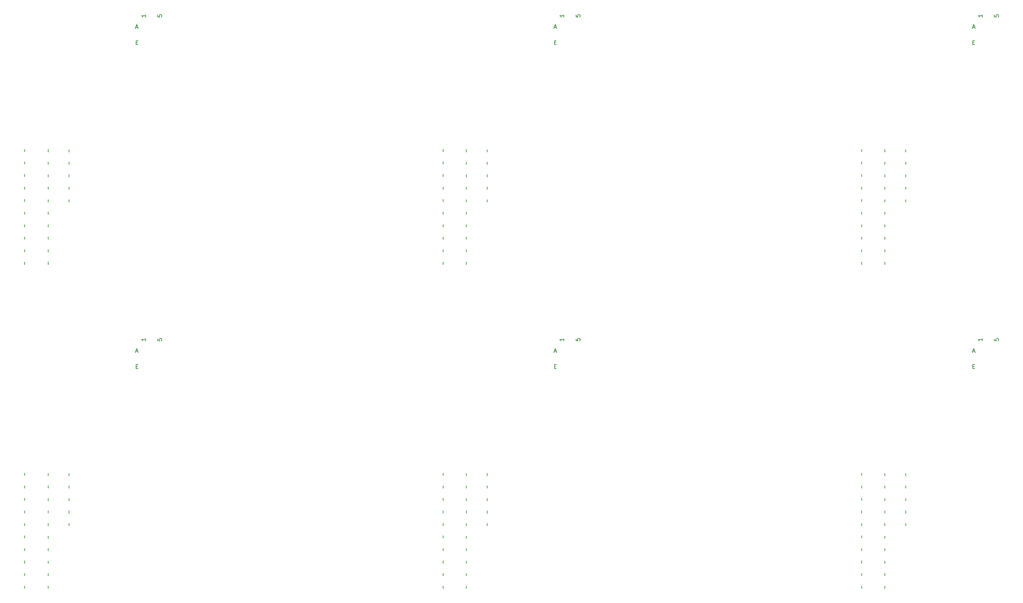
<source format=gbr>
%TF.GenerationSoftware,KiCad,Pcbnew,7.0.5*%
%TF.CreationDate,2023-07-11T12:40:00+01:00*%
%TF.ProjectId,PANELTEST141,50414e45-4c54-4455-9354-3134312e6b69,00.00*%
%TF.SameCoordinates,PX27b9fb5PYc4a79ca*%
%TF.FileFunction,Legend,Bot*%
%TF.FilePolarity,Positive*%
%FSLAX46Y46*%
G04 Gerber Fmt 4.6, Leading zero omitted, Abs format (unit mm)*
G04 Created by KiCad (PCBNEW 7.0.5) date 2023-07-11 12:40:00*
%MOMM*%
%LPD*%
G01*
G04 APERTURE LIST*
%ADD10C,0.150000*%
%ADD11C,0.200000*%
%ADD12C,0.100000*%
%ADD13C,3.580000*%
%ADD14C,3.605000*%
%ADD15C,1.200000*%
%ADD16C,2.905000*%
%ADD17C,1.000000*%
%ADD18C,0.650000*%
%ADD19O,0.800000X1.600000*%
%ADD20C,3.000000*%
%ADD21C,1.498600*%
%ADD22C,1.524000*%
%ADD23O,1.200000X0.900000*%
%ADD24O,1.600000X0.800000*%
%ADD25R,0.525000X0.350000*%
%ADD26R,0.800000X0.950000*%
G04 APERTURE END LIST*
D10*
%TO.C,IC2*%
X57746304Y163401435D02*
X57746304Y162925245D01*
X57746304Y162925245D02*
X58222494Y162877626D01*
X58222494Y162877626D02*
X58174875Y162925245D01*
X58174875Y162925245D02*
X58127256Y163020483D01*
X58127256Y163020483D02*
X58127256Y163258578D01*
X58127256Y163258578D02*
X58174875Y163353816D01*
X58174875Y163353816D02*
X58222494Y163401435D01*
X58222494Y163401435D02*
X58317732Y163449054D01*
X58317732Y163449054D02*
X58555827Y163449054D01*
X58555827Y163449054D02*
X58651065Y163401435D01*
X58651065Y163401435D02*
X58698685Y163353816D01*
X58698685Y163353816D02*
X58746304Y163258578D01*
X58746304Y163258578D02*
X58746304Y163020483D01*
X58746304Y163020483D02*
X58698685Y162925245D01*
X58698685Y162925245D02*
X58651065Y162877626D01*
X52394203Y156546034D02*
X52727536Y156546034D01*
X52870393Y156022224D02*
X52394203Y156022224D01*
X52394203Y156022224D02*
X52394203Y157022224D01*
X52394203Y157022224D02*
X52870393Y157022224D01*
X52370394Y160307931D02*
X52846584Y160307931D01*
X52275156Y160022216D02*
X52608489Y161022216D01*
X52608489Y161022216D02*
X52941822Y160022216D01*
X54746312Y163449054D02*
X54746312Y162877626D01*
X54746312Y163163340D02*
X53746312Y163163340D01*
X53746312Y163163340D02*
X53889169Y163068102D01*
X53889169Y163068102D02*
X53984407Y162972864D01*
X53984407Y162972864D02*
X54032026Y162877626D01*
X264946304Y163401435D02*
X264946304Y162925245D01*
X264946304Y162925245D02*
X265422494Y162877626D01*
X265422494Y162877626D02*
X265374875Y162925245D01*
X265374875Y162925245D02*
X265327256Y163020483D01*
X265327256Y163020483D02*
X265327256Y163258578D01*
X265327256Y163258578D02*
X265374875Y163353816D01*
X265374875Y163353816D02*
X265422494Y163401435D01*
X265422494Y163401435D02*
X265517732Y163449054D01*
X265517732Y163449054D02*
X265755827Y163449054D01*
X265755827Y163449054D02*
X265851065Y163401435D01*
X265851065Y163401435D02*
X265898685Y163353816D01*
X265898685Y163353816D02*
X265946304Y163258578D01*
X265946304Y163258578D02*
X265946304Y163020483D01*
X265946304Y163020483D02*
X265898685Y162925245D01*
X265898685Y162925245D02*
X265851065Y162877626D01*
X259594203Y156546034D02*
X259927536Y156546034D01*
X260070393Y156022224D02*
X259594203Y156022224D01*
X259594203Y156022224D02*
X259594203Y157022224D01*
X259594203Y157022224D02*
X260070393Y157022224D01*
X259570394Y160307931D02*
X260046584Y160307931D01*
X259475156Y160022216D02*
X259808489Y161022216D01*
X259808489Y161022216D02*
X260141822Y160022216D01*
X261946312Y163449054D02*
X261946312Y162877626D01*
X261946312Y163163340D02*
X260946312Y163163340D01*
X260946312Y163163340D02*
X261089169Y163068102D01*
X261089169Y163068102D02*
X261184407Y162972864D01*
X261184407Y162972864D02*
X261232026Y162877626D01*
X161346304Y83281435D02*
X161346304Y82805245D01*
X161346304Y82805245D02*
X161822494Y82757626D01*
X161822494Y82757626D02*
X161774875Y82805245D01*
X161774875Y82805245D02*
X161727256Y82900483D01*
X161727256Y82900483D02*
X161727256Y83138578D01*
X161727256Y83138578D02*
X161774875Y83233816D01*
X161774875Y83233816D02*
X161822494Y83281435D01*
X161822494Y83281435D02*
X161917732Y83329054D01*
X161917732Y83329054D02*
X162155827Y83329054D01*
X162155827Y83329054D02*
X162251065Y83281435D01*
X162251065Y83281435D02*
X162298685Y83233816D01*
X162298685Y83233816D02*
X162346304Y83138578D01*
X162346304Y83138578D02*
X162346304Y82900483D01*
X162346304Y82900483D02*
X162298685Y82805245D01*
X162298685Y82805245D02*
X162251065Y82757626D01*
X155994203Y76426034D02*
X156327536Y76426034D01*
X156470393Y75902224D02*
X155994203Y75902224D01*
X155994203Y75902224D02*
X155994203Y76902224D01*
X155994203Y76902224D02*
X156470393Y76902224D01*
X155970394Y80187931D02*
X156446584Y80187931D01*
X155875156Y79902216D02*
X156208489Y80902216D01*
X156208489Y80902216D02*
X156541822Y79902216D01*
X158346312Y83329054D02*
X158346312Y82757626D01*
X158346312Y83043340D02*
X157346312Y83043340D01*
X157346312Y83043340D02*
X157489169Y82948102D01*
X157489169Y82948102D02*
X157584407Y82852864D01*
X157584407Y82852864D02*
X157632026Y82757626D01*
X57746304Y83281435D02*
X57746304Y82805245D01*
X57746304Y82805245D02*
X58222494Y82757626D01*
X58222494Y82757626D02*
X58174875Y82805245D01*
X58174875Y82805245D02*
X58127256Y82900483D01*
X58127256Y82900483D02*
X58127256Y83138578D01*
X58127256Y83138578D02*
X58174875Y83233816D01*
X58174875Y83233816D02*
X58222494Y83281435D01*
X58222494Y83281435D02*
X58317732Y83329054D01*
X58317732Y83329054D02*
X58555827Y83329054D01*
X58555827Y83329054D02*
X58651065Y83281435D01*
X58651065Y83281435D02*
X58698685Y83233816D01*
X58698685Y83233816D02*
X58746304Y83138578D01*
X58746304Y83138578D02*
X58746304Y82900483D01*
X58746304Y82900483D02*
X58698685Y82805245D01*
X58698685Y82805245D02*
X58651065Y82757626D01*
X52394203Y76426034D02*
X52727536Y76426034D01*
X52870393Y75902224D02*
X52394203Y75902224D01*
X52394203Y75902224D02*
X52394203Y76902224D01*
X52394203Y76902224D02*
X52870393Y76902224D01*
X52370394Y80187931D02*
X52846584Y80187931D01*
X52275156Y79902216D02*
X52608489Y80902216D01*
X52608489Y80902216D02*
X52941822Y79902216D01*
X54746312Y83329054D02*
X54746312Y82757626D01*
X54746312Y83043340D02*
X53746312Y83043340D01*
X53746312Y83043340D02*
X53889169Y82948102D01*
X53889169Y82948102D02*
X53984407Y82852864D01*
X53984407Y82852864D02*
X54032026Y82757626D01*
X161346304Y163401435D02*
X161346304Y162925245D01*
X161346304Y162925245D02*
X161822494Y162877626D01*
X161822494Y162877626D02*
X161774875Y162925245D01*
X161774875Y162925245D02*
X161727256Y163020483D01*
X161727256Y163020483D02*
X161727256Y163258578D01*
X161727256Y163258578D02*
X161774875Y163353816D01*
X161774875Y163353816D02*
X161822494Y163401435D01*
X161822494Y163401435D02*
X161917732Y163449054D01*
X161917732Y163449054D02*
X162155827Y163449054D01*
X162155827Y163449054D02*
X162251065Y163401435D01*
X162251065Y163401435D02*
X162298685Y163353816D01*
X162298685Y163353816D02*
X162346304Y163258578D01*
X162346304Y163258578D02*
X162346304Y163020483D01*
X162346304Y163020483D02*
X162298685Y162925245D01*
X162298685Y162925245D02*
X162251065Y162877626D01*
X155994203Y156546034D02*
X156327536Y156546034D01*
X156470393Y156022224D02*
X155994203Y156022224D01*
X155994203Y156022224D02*
X155994203Y157022224D01*
X155994203Y157022224D02*
X156470393Y157022224D01*
X155970394Y160307931D02*
X156446584Y160307931D01*
X155875156Y160022216D02*
X156208489Y161022216D01*
X156208489Y161022216D02*
X156541822Y160022216D01*
X158346312Y163449054D02*
X158346312Y162877626D01*
X158346312Y163163340D02*
X157346312Y163163340D01*
X157346312Y163163340D02*
X157489169Y163068102D01*
X157489169Y163068102D02*
X157584407Y162972864D01*
X157584407Y162972864D02*
X157632026Y162877626D01*
X264946304Y83281435D02*
X264946304Y82805245D01*
X264946304Y82805245D02*
X265422494Y82757626D01*
X265422494Y82757626D02*
X265374875Y82805245D01*
X265374875Y82805245D02*
X265327256Y82900483D01*
X265327256Y82900483D02*
X265327256Y83138578D01*
X265327256Y83138578D02*
X265374875Y83233816D01*
X265374875Y83233816D02*
X265422494Y83281435D01*
X265422494Y83281435D02*
X265517732Y83329054D01*
X265517732Y83329054D02*
X265755827Y83329054D01*
X265755827Y83329054D02*
X265851065Y83281435D01*
X265851065Y83281435D02*
X265898685Y83233816D01*
X265898685Y83233816D02*
X265946304Y83138578D01*
X265946304Y83138578D02*
X265946304Y82900483D01*
X265946304Y82900483D02*
X265898685Y82805245D01*
X265898685Y82805245D02*
X265851065Y82757626D01*
X259594203Y76426034D02*
X259927536Y76426034D01*
X260070393Y75902224D02*
X259594203Y75902224D01*
X259594203Y75902224D02*
X259594203Y76902224D01*
X259594203Y76902224D02*
X260070393Y76902224D01*
X259570394Y80187931D02*
X260046584Y80187931D01*
X259475156Y79902216D02*
X259808489Y80902216D01*
X259808489Y80902216D02*
X260141822Y79902216D01*
X261946312Y83329054D02*
X261946312Y82757626D01*
X261946312Y83043340D02*
X260946312Y83043340D01*
X260946312Y83043340D02*
X261089169Y82948102D01*
X261089169Y82948102D02*
X261184407Y82852864D01*
X261184407Y82852864D02*
X261232026Y82757626D01*
D11*
%TO.C,R128*%
X139389871Y123924267D02*
X139389871Y123324267D01*
%TO.C,R143*%
X128439871Y123975933D02*
X128439871Y123375933D01*
%TO.C,R148*%
X232039871Y108464823D02*
X232039871Y107864823D01*
%TO.C,R130*%
X139389871Y117738157D02*
X139389871Y117138157D01*
%TO.C,R150*%
X232039871Y22140377D02*
X232039871Y21540377D01*
%TO.C,R139*%
X237833871Y25235937D02*
X237833871Y24635937D01*
%TO.C,R147*%
X128439871Y111567045D02*
X128439871Y110967045D01*
X232039871Y31447045D02*
X232039871Y30847045D01*
%TO.C,R144*%
X232039871Y40753711D02*
X232039871Y40153711D01*
%TO.C,R131*%
X237833871Y130120377D02*
X237833871Y129520377D01*
%TO.C,R137*%
X30633871Y31427047D02*
X30633871Y30827047D01*
%TO.C,R144*%
X24839871Y120873711D02*
X24839871Y120273711D01*
%TO.C,R139*%
X30633871Y105355937D02*
X30633871Y104755937D01*
%TO.C,R127*%
X242989871Y46897322D02*
X242989871Y46297322D01*
%TO.C,R129*%
X35789871Y120831212D02*
X35789871Y120231212D01*
%TO.C,R132*%
X30633871Y127024822D02*
X30633871Y126424822D01*
%TO.C,R141*%
X24839871Y50060377D02*
X24839871Y49460377D01*
%TO.C,R130*%
X35789871Y37618157D02*
X35789871Y37018157D01*
%TO.C,R136*%
X134233871Y34522602D02*
X134233871Y33922602D01*
%TO.C,R139*%
X30633871Y25235937D02*
X30633871Y24635937D01*
%TO.C,R135*%
X30633871Y37618157D02*
X30633871Y37018157D01*
%TO.C,R131*%
X134233871Y50000377D02*
X134233871Y49400377D01*
%TO.C,R126*%
X139389871Y130110377D02*
X139389871Y129510377D01*
%TO.C,R144*%
X232039871Y120873711D02*
X232039871Y120273711D01*
%TO.C,R148*%
X128439871Y28344823D02*
X128439871Y27744823D01*
%TO.C,R135*%
X237833871Y117738157D02*
X237833871Y117138157D01*
%TO.C,R133*%
X237833871Y43809267D02*
X237833871Y43209267D01*
%TO.C,R128*%
X242989871Y123924267D02*
X242989871Y123324267D01*
%TO.C,R129*%
X242989871Y40711212D02*
X242989871Y40111212D01*
%TO.C,R133*%
X134233871Y123929267D02*
X134233871Y123329267D01*
%TO.C,R146*%
X232039871Y34549267D02*
X232039871Y33949267D01*
%TO.C,R130*%
X242989871Y37618157D02*
X242989871Y37018157D01*
%TO.C,R137*%
X30633871Y111547047D02*
X30633871Y110947047D01*
%TO.C,R149*%
X128439871Y25242601D02*
X128439871Y24642601D01*
%TO.C,R142*%
X24839871Y46958155D02*
X24839871Y46358155D01*
%TO.C,R140*%
X30633871Y102260377D02*
X30633871Y101660377D01*
%TO.C,R149*%
X24839871Y25242601D02*
X24839871Y24642601D01*
%TO.C,R138*%
X30633871Y28331492D02*
X30633871Y27731492D01*
X237833871Y28331492D02*
X237833871Y27731492D01*
%TO.C,R140*%
X134233871Y102260377D02*
X134233871Y101660377D01*
%TO.C,R145*%
X232039871Y37651489D02*
X232039871Y37051489D01*
%TO.C,R142*%
X128439871Y127078155D02*
X128439871Y126478155D01*
X24839871Y127078155D02*
X24839871Y126478155D01*
%TO.C,R150*%
X24839871Y22140377D02*
X24839871Y21540377D01*
%TO.C,R131*%
X237833871Y50000377D02*
X237833871Y49400377D01*
%TO.C,R146*%
X128439871Y34549267D02*
X128439871Y33949267D01*
%TO.C,R145*%
X128439871Y37651489D02*
X128439871Y37051489D01*
%TO.C,R146*%
X24839871Y34549267D02*
X24839871Y33949267D01*
%TO.C,R143*%
X232039871Y43855933D02*
X232039871Y43255933D01*
%TO.C,R135*%
X30633871Y117738157D02*
X30633871Y117138157D01*
%TO.C,R126*%
X139389871Y49990377D02*
X139389871Y49390377D01*
%TO.C,R139*%
X134233871Y25235937D02*
X134233871Y24635937D01*
%TO.C,R150*%
X128439871Y22140377D02*
X128439871Y21540377D01*
%TO.C,R137*%
X237833871Y111547047D02*
X237833871Y110947047D01*
%TO.C,R148*%
X128439871Y108464823D02*
X128439871Y107864823D01*
%TO.C,R141*%
X24839871Y130180377D02*
X24839871Y129580377D01*
%TO.C,R126*%
X35789871Y130110377D02*
X35789871Y129510377D01*
%TO.C,R140*%
X30633871Y22140377D02*
X30633871Y21540377D01*
%TO.C,R143*%
X232039871Y123975933D02*
X232039871Y123375933D01*
%TO.C,R141*%
X232039871Y130180377D02*
X232039871Y129580377D01*
%TO.C,R145*%
X24839871Y37651489D02*
X24839871Y37051489D01*
%TO.C,R127*%
X139389871Y46897322D02*
X139389871Y46297322D01*
%TO.C,R149*%
X232039871Y25242601D02*
X232039871Y24642601D01*
%TO.C,R131*%
X134233871Y130120377D02*
X134233871Y129520377D01*
%TO.C,R136*%
X30633871Y114642602D02*
X30633871Y114042602D01*
%TO.C,R134*%
X30633871Y40713712D02*
X30633871Y40113712D01*
%TO.C,R149*%
X232039871Y105362601D02*
X232039871Y104762601D01*
%TO.C,R141*%
X128439871Y50060377D02*
X128439871Y49460377D01*
%TO.C,R129*%
X242989871Y120831212D02*
X242989871Y120231212D01*
%TO.C,R136*%
X30633871Y34522602D02*
X30633871Y33922602D01*
%TO.C,R145*%
X24839871Y117771489D02*
X24839871Y117171489D01*
%TO.C,R129*%
X35789871Y40711212D02*
X35789871Y40111212D01*
%TO.C,R141*%
X128439871Y130180377D02*
X128439871Y129580377D01*
%TO.C,R132*%
X134233871Y46904822D02*
X134233871Y46304822D01*
%TO.C,R127*%
X242989871Y127017322D02*
X242989871Y126417322D01*
%TO.C,R144*%
X128439871Y40753711D02*
X128439871Y40153711D01*
%TO.C,R128*%
X35789871Y43804267D02*
X35789871Y43204267D01*
%TO.C,R148*%
X232039871Y28344823D02*
X232039871Y27744823D01*
%TO.C,R144*%
X128439871Y120873711D02*
X128439871Y120273711D01*
%TO.C,R141*%
X232039871Y50060377D02*
X232039871Y49460377D01*
%TO.C,R134*%
X237833871Y40713712D02*
X237833871Y40113712D01*
%TO.C,R133*%
X134233871Y43809267D02*
X134233871Y43209267D01*
%TO.C,R148*%
X24839871Y108464823D02*
X24839871Y107864823D01*
%TO.C,R126*%
X35789871Y49990377D02*
X35789871Y49390377D01*
%TO.C,R142*%
X232039871Y127078155D02*
X232039871Y126478155D01*
%TO.C,R147*%
X24839871Y111567045D02*
X24839871Y110967045D01*
%TO.C,R130*%
X139389871Y37618157D02*
X139389871Y37018157D01*
%TO.C,R143*%
X24839871Y43855933D02*
X24839871Y43255933D01*
%TO.C,R150*%
X128439871Y102260377D02*
X128439871Y101660377D01*
%TO.C,R138*%
X237833871Y108451492D02*
X237833871Y107851492D01*
%TO.C,R146*%
X128439871Y114669267D02*
X128439871Y114069267D01*
%TO.C,R135*%
X134233871Y117738157D02*
X134233871Y117138157D01*
%TO.C,R148*%
X24839871Y28344823D02*
X24839871Y27744823D01*
%TO.C,R139*%
X134233871Y105355937D02*
X134233871Y104755937D01*
%TO.C,R150*%
X232039871Y102260377D02*
X232039871Y101660377D01*
%TO.C,R133*%
X30633871Y123929267D02*
X30633871Y123329267D01*
%TO.C,R138*%
X30633871Y108451492D02*
X30633871Y107851492D01*
%TO.C,R143*%
X24839871Y123975933D02*
X24839871Y123375933D01*
%TO.C,R127*%
X139389871Y127017322D02*
X139389871Y126417322D01*
%TO.C,R134*%
X30633871Y120833712D02*
X30633871Y120233712D01*
%TO.C,R147*%
X232039871Y111567045D02*
X232039871Y110967045D01*
%TO.C,R134*%
X237833871Y120833712D02*
X237833871Y120233712D01*
%TO.C,R130*%
X242989871Y117738157D02*
X242989871Y117138157D01*
%TO.C,R131*%
X30633871Y130120377D02*
X30633871Y129520377D01*
%TO.C,R133*%
X237833871Y123929267D02*
X237833871Y123329267D01*
%TO.C,R138*%
X134233871Y108451492D02*
X134233871Y107851492D01*
%TO.C,R128*%
X139389871Y43804267D02*
X139389871Y43204267D01*
%TO.C,R132*%
X237833871Y127024822D02*
X237833871Y126424822D01*
%TO.C,R134*%
X134233871Y120833712D02*
X134233871Y120233712D01*
X134233871Y40713712D02*
X134233871Y40113712D01*
%TO.C,R129*%
X139389871Y120831212D02*
X139389871Y120231212D01*
%TO.C,R145*%
X128439871Y117771489D02*
X128439871Y117171489D01*
%TO.C,R126*%
X242989871Y130110377D02*
X242989871Y129510377D01*
%TO.C,R137*%
X237833871Y31427047D02*
X237833871Y30827047D01*
%TO.C,R144*%
X24839871Y40753711D02*
X24839871Y40153711D01*
%TO.C,R146*%
X232039871Y114669267D02*
X232039871Y114069267D01*
X24839871Y114669267D02*
X24839871Y114069267D01*
%TO.C,R150*%
X24839871Y102260377D02*
X24839871Y101660377D01*
%TO.C,R127*%
X35789871Y127017322D02*
X35789871Y126417322D01*
%TO.C,R140*%
X134233871Y22140377D02*
X134233871Y21540377D01*
X237833871Y22140377D02*
X237833871Y21540377D01*
%TO.C,R128*%
X35789871Y123924267D02*
X35789871Y123324267D01*
%TO.C,R143*%
X128439871Y43855933D02*
X128439871Y43255933D01*
%TO.C,R136*%
X237833871Y34522602D02*
X237833871Y33922602D01*
%TO.C,R130*%
X35789871Y117738157D02*
X35789871Y117138157D01*
%TO.C,R132*%
X30633871Y46904822D02*
X30633871Y46304822D01*
%TO.C,R136*%
X134233871Y114642602D02*
X134233871Y114042602D01*
%TO.C,R149*%
X24839871Y105362601D02*
X24839871Y104762601D01*
%TO.C,R129*%
X139389871Y40711212D02*
X139389871Y40111212D01*
%TO.C,R137*%
X134233871Y111547047D02*
X134233871Y110947047D01*
%TO.C,R136*%
X237833871Y114642602D02*
X237833871Y114042602D01*
%TO.C,R140*%
X237833871Y102260377D02*
X237833871Y101660377D01*
%TO.C,R138*%
X134233871Y28331492D02*
X134233871Y27731492D01*
%TO.C,R132*%
X237833871Y46904822D02*
X237833871Y46304822D01*
%TO.C,R139*%
X237833871Y105355937D02*
X237833871Y104755937D01*
%TO.C,R147*%
X24839871Y31447045D02*
X24839871Y30847045D01*
%TO.C,R127*%
X35789871Y46897322D02*
X35789871Y46297322D01*
%TO.C,R126*%
X242989871Y49990377D02*
X242989871Y49390377D01*
%TO.C,R128*%
X242989871Y43804267D02*
X242989871Y43204267D01*
%TO.C,R137*%
X134233871Y31427047D02*
X134233871Y30827047D01*
%TO.C,R131*%
X30633871Y50000377D02*
X30633871Y49400377D01*
%TO.C,R135*%
X134233871Y37618157D02*
X134233871Y37018157D01*
%TO.C,R142*%
X232039871Y46958155D02*
X232039871Y46358155D01*
%TO.C,R133*%
X30633871Y43809267D02*
X30633871Y43209267D01*
%TO.C,R135*%
X237833871Y37618157D02*
X237833871Y37018157D01*
%TO.C,R145*%
X232039871Y117771489D02*
X232039871Y117171489D01*
%TO.C,R149*%
X128439871Y105362601D02*
X128439871Y104762601D01*
%TO.C,R132*%
X134233871Y127024822D02*
X134233871Y126424822D01*
%TO.C,R147*%
X128439871Y31447045D02*
X128439871Y30847045D01*
%TO.C,R142*%
X128439871Y46958155D02*
X128439871Y46358155D01*
%TD*%
%LPC*%
G36*
X212869871Y145460377D02*
G01*
X216809871Y145460377D01*
X216809871Y143800377D01*
X212869871Y143800377D01*
X212869871Y145460377D01*
G37*
G36*
X314319871Y31520377D02*
G01*
X320479871Y31520377D01*
X320479871Y28960377D01*
X314319871Y28960377D01*
X314319871Y31520377D01*
G37*
G36*
X109269871Y145460377D02*
G01*
X113209871Y145460377D01*
X113209871Y143800377D01*
X109269871Y143800377D01*
X109269871Y145460377D01*
G37*
G36*
X109269871Y77240377D02*
G01*
X113209871Y77240377D01*
X113209871Y75580377D01*
X109269871Y75580377D01*
X109269871Y77240377D01*
G37*
G36*
X107119871Y56420377D02*
G01*
X113279871Y56420377D01*
X113279871Y51260377D01*
X107119871Y51260377D01*
X107119871Y56420377D01*
G37*
G36*
X212879871Y154360377D02*
G01*
X216819871Y154360377D01*
X216819871Y152700377D01*
X212879871Y152700377D01*
X212879871Y154360377D01*
G37*
G36*
X107119871Y111640377D02*
G01*
X113279871Y111640377D01*
X113279871Y109080377D01*
X107119871Y109080377D01*
X107119871Y111640377D01*
G37*
G36*
X316469871Y145460377D02*
G01*
X320409871Y145460377D01*
X320409871Y143800377D01*
X316469871Y143800377D01*
X316469871Y145460377D01*
G37*
G36*
X107119871Y31520377D02*
G01*
X113279871Y31520377D01*
X113279871Y28960377D01*
X107119871Y28960377D01*
X107119871Y31520377D01*
G37*
G36*
X212879871Y71240377D02*
G01*
X216819871Y71240377D01*
X216819871Y69580377D01*
X212879871Y69580377D01*
X212879871Y71240377D01*
G37*
G36*
X212869871Y65340377D02*
G01*
X216809871Y65340377D01*
X216809871Y63680377D01*
X212869871Y63680377D01*
X212869871Y65340377D01*
G37*
G36*
X314319871Y136540377D02*
G01*
X320479871Y136540377D01*
X320479871Y131380377D01*
X314319871Y131380377D01*
X314319871Y136540377D01*
G37*
G36*
X314319871Y56420377D02*
G01*
X320479871Y56420377D01*
X320479871Y51260377D01*
X314319871Y51260377D01*
X314319871Y56420377D01*
G37*
G36*
X316479871Y71240377D02*
G01*
X320419871Y71240377D01*
X320419871Y69580377D01*
X316479871Y69580377D01*
X316479871Y71240377D01*
G37*
G36*
X210769871Y44940377D02*
G01*
X216929871Y44940377D01*
X216929871Y39780377D01*
X210769871Y39780377D01*
X210769871Y44940377D01*
G37*
G36*
X212869871Y77240377D02*
G01*
X216809871Y77240377D01*
X216809871Y75580377D01*
X212869871Y75580377D01*
X212869871Y77240377D01*
G37*
G36*
X212869871Y157360377D02*
G01*
X216809871Y157360377D01*
X216809871Y155700377D01*
X212869871Y155700377D01*
X212869871Y157360377D01*
G37*
G36*
X109279871Y74240377D02*
G01*
X113219871Y74240377D01*
X113219871Y72580377D01*
X109279871Y72580377D01*
X109279871Y74240377D01*
G37*
G36*
X210719871Y56420377D02*
G01*
X216879871Y56420377D01*
X216879871Y51260377D01*
X210719871Y51260377D01*
X210719871Y56420377D01*
G37*
G36*
X210719871Y136540377D02*
G01*
X216879871Y136540377D01*
X216879871Y131380377D01*
X210719871Y131380377D01*
X210719871Y136540377D01*
G37*
G36*
X107169871Y44940377D02*
G01*
X113329871Y44940377D01*
X113329871Y39780377D01*
X107169871Y39780377D01*
X107169871Y44940377D01*
G37*
G36*
X316469871Y77240377D02*
G01*
X320409871Y77240377D01*
X320409871Y75580377D01*
X316469871Y75580377D01*
X316469871Y77240377D01*
G37*
G36*
X314369871Y44940377D02*
G01*
X320529871Y44940377D01*
X320529871Y39780377D01*
X314369871Y39780377D01*
X314369871Y44940377D01*
G37*
G36*
X314319871Y111640377D02*
G01*
X320479871Y111640377D01*
X320479871Y109080377D01*
X314319871Y109080377D01*
X314319871Y111640377D01*
G37*
G36*
X212879871Y151360377D02*
G01*
X216819871Y151360377D01*
X216819871Y149700377D01*
X212879871Y149700377D01*
X212879871Y151360377D01*
G37*
G36*
X109279871Y71240377D02*
G01*
X113219871Y71240377D01*
X113219871Y69580377D01*
X109279871Y69580377D01*
X109279871Y71240377D01*
G37*
G36*
X316469871Y65340377D02*
G01*
X320409871Y65340377D01*
X320409871Y63680377D01*
X316469871Y63680377D01*
X316469871Y65340377D01*
G37*
G36*
X314369871Y125060377D02*
G01*
X320529871Y125060377D01*
X320529871Y119900377D01*
X314369871Y119900377D01*
X314369871Y125060377D01*
G37*
G36*
X109279871Y68240377D02*
G01*
X113219871Y68240377D01*
X113219871Y66580377D01*
X109279871Y66580377D01*
X109279871Y68240377D01*
G37*
G36*
X316479871Y74240377D02*
G01*
X320419871Y74240377D01*
X320419871Y72580377D01*
X316479871Y72580377D01*
X316479871Y74240377D01*
G37*
G36*
X107169871Y125060377D02*
G01*
X113329871Y125060377D01*
X113329871Y119900377D01*
X107169871Y119900377D01*
X107169871Y125060377D01*
G37*
G36*
X109269871Y157360377D02*
G01*
X113209871Y157360377D01*
X113209871Y155700377D01*
X109269871Y155700377D01*
X109269871Y157360377D01*
G37*
G36*
X109269871Y65340377D02*
G01*
X113209871Y65340377D01*
X113209871Y63680377D01*
X109269871Y63680377D01*
X109269871Y65340377D01*
G37*
G36*
X316469871Y157360377D02*
G01*
X320409871Y157360377D01*
X320409871Y155700377D01*
X316469871Y155700377D01*
X316469871Y157360377D01*
G37*
G36*
X109279871Y148360377D02*
G01*
X113219871Y148360377D01*
X113219871Y146700377D01*
X109279871Y146700377D01*
X109279871Y148360377D01*
G37*
G36*
X212879871Y68240377D02*
G01*
X216819871Y68240377D01*
X216819871Y66580377D01*
X212879871Y66580377D01*
X212879871Y68240377D01*
G37*
G36*
X212879871Y74240377D02*
G01*
X216819871Y74240377D01*
X216819871Y72580377D01*
X212879871Y72580377D01*
X212879871Y74240377D01*
G37*
G36*
X316479871Y151360377D02*
G01*
X320419871Y151360377D01*
X320419871Y149700377D01*
X316479871Y149700377D01*
X316479871Y151360377D01*
G37*
G36*
X316479871Y148360377D02*
G01*
X320419871Y148360377D01*
X320419871Y146700377D01*
X316479871Y146700377D01*
X316479871Y148360377D01*
G37*
G36*
X210719871Y31520377D02*
G01*
X216879871Y31520377D01*
X216879871Y28960377D01*
X210719871Y28960377D01*
X210719871Y31520377D01*
G37*
G36*
X109279871Y151360377D02*
G01*
X113219871Y151360377D01*
X113219871Y149700377D01*
X109279871Y149700377D01*
X109279871Y151360377D01*
G37*
G36*
X316479871Y68240377D02*
G01*
X320419871Y68240377D01*
X320419871Y66580377D01*
X316479871Y66580377D01*
X316479871Y68240377D01*
G37*
G36*
X316479871Y154360377D02*
G01*
X320419871Y154360377D01*
X320419871Y152700377D01*
X316479871Y152700377D01*
X316479871Y154360377D01*
G37*
G36*
X210769871Y125060377D02*
G01*
X216929871Y125060377D01*
X216929871Y119900377D01*
X210769871Y119900377D01*
X210769871Y125060377D01*
G37*
G36*
X109279871Y154360377D02*
G01*
X113219871Y154360377D01*
X113219871Y152700377D01*
X109279871Y152700377D01*
X109279871Y154360377D01*
G37*
G36*
X210719871Y111640377D02*
G01*
X216879871Y111640377D01*
X216879871Y109080377D01*
X210719871Y109080377D01*
X210719871Y111640377D01*
G37*
G36*
X107119871Y136540377D02*
G01*
X113279871Y136540377D01*
X113279871Y131380377D01*
X107119871Y131380377D01*
X107119871Y136540377D01*
G37*
G36*
X212879871Y148360377D02*
G01*
X216819871Y148360377D01*
X216819871Y146700377D01*
X212879871Y146700377D01*
X212879871Y148360377D01*
G37*
D12*
%TO.C,TAB2*%
X77049889Y54742877D02*
X84109889Y54742877D01*
X84109889Y54742877D02*
X84109889Y52962877D01*
X84109889Y52962877D02*
X77049889Y52962877D01*
X77049889Y52962877D02*
X77049889Y54742877D01*
G36*
X77049889Y54742877D02*
G01*
X84109889Y54742877D01*
X84109889Y52962877D01*
X77049889Y52962877D01*
X77049889Y54742877D01*
G37*
D13*
X82369889Y54742877D02*
G75*
G03*
X82369889Y54742877I-1790000J0D01*
G01*
D14*
X82382389Y52962877D02*
G75*
G03*
X82382389Y52962877I-1802500J0D01*
G01*
D12*
%TO.C,TAB3*%
X180649889Y123392877D02*
X187709889Y123392877D01*
X187709889Y123392877D02*
X187709889Y121612877D01*
X187709889Y121612877D02*
X180649889Y121612877D01*
X180649889Y121612877D02*
X180649889Y123392877D01*
G36*
X180649889Y123392877D02*
G01*
X187709889Y123392877D01*
X187709889Y121612877D01*
X180649889Y121612877D01*
X180649889Y123392877D01*
G37*
D13*
X185969889Y123392877D02*
G75*
G03*
X185969889Y123392877I-1790000J0D01*
G01*
D14*
X185982389Y121612877D02*
G75*
G03*
X185982389Y121612877I-1802500J0D01*
G01*
D12*
X77049889Y43272877D02*
X84109889Y43272877D01*
X84109889Y43272877D02*
X84109889Y41492877D01*
X84109889Y41492877D02*
X77049889Y41492877D01*
X77049889Y41492877D02*
X77049889Y43272877D01*
G36*
X77049889Y43272877D02*
G01*
X84109889Y43272877D01*
X84109889Y41492877D01*
X77049889Y41492877D01*
X77049889Y43272877D01*
G37*
D13*
X82369889Y43272877D02*
G75*
G03*
X82369889Y43272877I-1790000J0D01*
G01*
D14*
X82382389Y41492877D02*
G75*
G03*
X82382389Y41492877I-1802500J0D01*
G01*
D12*
%TO.C,TAB1*%
X284309889Y65400377D02*
X291239889Y65400377D01*
X291239889Y65400377D02*
X291239889Y62890377D01*
X291239889Y62890377D02*
X284309889Y62890377D01*
X284309889Y62890377D02*
X284309889Y65400377D01*
G36*
X284309889Y65400377D02*
G01*
X291239889Y65400377D01*
X291239889Y62890377D01*
X284309889Y62890377D01*
X284309889Y65400377D01*
G37*
X284319889Y77890377D02*
X291239889Y77890377D01*
X291239889Y77890377D02*
X291239889Y75490377D01*
X291239889Y75490377D02*
X284319889Y75490377D01*
X284319889Y75490377D02*
X284319889Y77890377D01*
G36*
X284319889Y77890377D02*
G01*
X291239889Y77890377D01*
X291239889Y75490377D01*
X284319889Y75490377D01*
X284319889Y77890377D01*
G37*
X284319889Y74290377D02*
X291239889Y74290377D01*
X291239889Y74290377D02*
X291239889Y72490377D01*
X291239889Y72490377D02*
X284319889Y72490377D01*
X284319889Y72490377D02*
X284319889Y74290377D01*
G36*
X284319889Y74290377D02*
G01*
X291239889Y74290377D01*
X291239889Y72490377D01*
X284319889Y72490377D01*
X284319889Y74290377D01*
G37*
X284319889Y71290377D02*
X291239889Y71290377D01*
X291239889Y71290377D02*
X291239889Y69490377D01*
X291239889Y69490377D02*
X284319889Y69490377D01*
X284319889Y69490377D02*
X284319889Y71290377D01*
G36*
X284319889Y71290377D02*
G01*
X291239889Y71290377D01*
X291239889Y69490377D01*
X284319889Y69490377D01*
X284319889Y71290377D01*
G37*
X291179889Y68220377D02*
X284379889Y68220377D01*
X284379889Y68220377D02*
X284379889Y66560377D01*
X284379889Y66560377D02*
X291179889Y66560377D01*
X291179889Y66560377D02*
X291179889Y68220377D01*
G36*
X291179889Y68220377D02*
G01*
X284379889Y68220377D01*
X284379889Y66560377D01*
X291179889Y66560377D01*
X291179889Y68220377D01*
G37*
%TO.C,TAB2*%
X180649889Y134862877D02*
X187709889Y134862877D01*
X187709889Y134862877D02*
X187709889Y133082877D01*
X187709889Y133082877D02*
X180649889Y133082877D01*
X180649889Y133082877D02*
X180649889Y134862877D01*
G36*
X180649889Y134862877D02*
G01*
X187709889Y134862877D01*
X187709889Y133082877D01*
X180649889Y133082877D01*
X180649889Y134862877D01*
G37*
D13*
X185969889Y134862877D02*
G75*
G03*
X185969889Y134862877I-1790000J0D01*
G01*
D14*
X185982389Y133082877D02*
G75*
G03*
X185982389Y133082877I-1802500J0D01*
G01*
%TO.C,REF\u002A\u002A*%
D15*
X16599871Y181230377D02*
G75*
G03*
X16599871Y181230377I-600000J0D01*
G01*
X322399871Y181230377D02*
G75*
G03*
X322399871Y181230377I-600000J0D01*
G01*
D12*
%TO.C,TAB2*%
X284249889Y54742877D02*
X291309889Y54742877D01*
X291309889Y54742877D02*
X291309889Y52962877D01*
X291309889Y52962877D02*
X284249889Y52962877D01*
X284249889Y52962877D02*
X284249889Y54742877D01*
G36*
X284249889Y54742877D02*
G01*
X291309889Y54742877D01*
X291309889Y52962877D01*
X284249889Y52962877D01*
X284249889Y54742877D01*
G37*
D13*
X289569889Y54742877D02*
G75*
G03*
X289569889Y54742877I-1790000J0D01*
G01*
D14*
X289582389Y52962877D02*
G75*
G03*
X289582389Y52962877I-1802500J0D01*
G01*
D12*
X77049889Y134862877D02*
X84109889Y134862877D01*
X84109889Y134862877D02*
X84109889Y133082877D01*
X84109889Y133082877D02*
X77049889Y133082877D01*
X77049889Y133082877D02*
X77049889Y134862877D01*
G36*
X77049889Y134862877D02*
G01*
X84109889Y134862877D01*
X84109889Y133082877D01*
X77049889Y133082877D01*
X77049889Y134862877D01*
G37*
D13*
X82369889Y134862877D02*
G75*
G03*
X82369889Y134862877I-1790000J0D01*
G01*
D14*
X82382389Y133082877D02*
G75*
G03*
X82382389Y133082877I-1802500J0D01*
G01*
D10*
%TO.C,TAB4*%
X80049889Y113190377D02*
X81109889Y113190377D01*
X81109889Y113190377D02*
X81109889Y107530377D01*
X81109889Y107530377D02*
X80049889Y107530377D01*
X80049889Y107530377D02*
X80049889Y113190377D01*
G36*
X80049889Y113190377D02*
G01*
X81109889Y113190377D01*
X81109889Y107530377D01*
X80049889Y107530377D01*
X80049889Y113190377D01*
G37*
D16*
X81502389Y110360377D02*
G75*
G03*
X81502389Y110360377I-1452500J0D01*
G01*
X82562389Y110360377D02*
G75*
G03*
X82562389Y110360377I-1452500J0D01*
G01*
D10*
X183649889Y33070377D02*
X184709889Y33070377D01*
X184709889Y33070377D02*
X184709889Y27410377D01*
X184709889Y27410377D02*
X183649889Y27410377D01*
X183649889Y27410377D02*
X183649889Y33070377D01*
G36*
X183649889Y33070377D02*
G01*
X184709889Y33070377D01*
X184709889Y27410377D01*
X183649889Y27410377D01*
X183649889Y33070377D01*
G37*
D16*
X185102389Y30240377D02*
G75*
G03*
X185102389Y30240377I-1452500J0D01*
G01*
X186162389Y30240377D02*
G75*
G03*
X186162389Y30240377I-1452500J0D01*
G01*
D12*
%TO.C,TAB1*%
X180709889Y145520377D02*
X187639889Y145520377D01*
X187639889Y145520377D02*
X187639889Y143010377D01*
X187639889Y143010377D02*
X180709889Y143010377D01*
X180709889Y143010377D02*
X180709889Y145520377D01*
G36*
X180709889Y145520377D02*
G01*
X187639889Y145520377D01*
X187639889Y143010377D01*
X180709889Y143010377D01*
X180709889Y145520377D01*
G37*
X180719889Y158010377D02*
X187639889Y158010377D01*
X187639889Y158010377D02*
X187639889Y155610377D01*
X187639889Y155610377D02*
X180719889Y155610377D01*
X180719889Y155610377D02*
X180719889Y158010377D01*
G36*
X180719889Y158010377D02*
G01*
X187639889Y158010377D01*
X187639889Y155610377D01*
X180719889Y155610377D01*
X180719889Y158010377D01*
G37*
X180719889Y154410377D02*
X187639889Y154410377D01*
X187639889Y154410377D02*
X187639889Y152610377D01*
X187639889Y152610377D02*
X180719889Y152610377D01*
X180719889Y152610377D02*
X180719889Y154410377D01*
G36*
X180719889Y154410377D02*
G01*
X187639889Y154410377D01*
X187639889Y152610377D01*
X180719889Y152610377D01*
X180719889Y154410377D01*
G37*
X180719889Y151410377D02*
X187639889Y151410377D01*
X187639889Y151410377D02*
X187639889Y149610377D01*
X187639889Y149610377D02*
X180719889Y149610377D01*
X180719889Y149610377D02*
X180719889Y151410377D01*
G36*
X180719889Y151410377D02*
G01*
X187639889Y151410377D01*
X187639889Y149610377D01*
X180719889Y149610377D01*
X180719889Y151410377D01*
G37*
X187579889Y148340377D02*
X180779889Y148340377D01*
X180779889Y148340377D02*
X180779889Y146680377D01*
X180779889Y146680377D02*
X187579889Y146680377D01*
X187579889Y146680377D02*
X187579889Y148340377D01*
G36*
X187579889Y148340377D02*
G01*
X180779889Y148340377D01*
X180779889Y146680377D01*
X187579889Y146680377D01*
X187579889Y148340377D01*
G37*
%TO.C,REF\u002A\u002A*%
D15*
X322399871Y5990377D02*
G75*
G03*
X322399871Y5990377I-600000J0D01*
G01*
D12*
%TO.C,TAB1*%
X180709889Y65400377D02*
X187639889Y65400377D01*
X187639889Y65400377D02*
X187639889Y62890377D01*
X187639889Y62890377D02*
X180709889Y62890377D01*
X180709889Y62890377D02*
X180709889Y65400377D01*
G36*
X180709889Y65400377D02*
G01*
X187639889Y65400377D01*
X187639889Y62890377D01*
X180709889Y62890377D01*
X180709889Y65400377D01*
G37*
X180719889Y77890377D02*
X187639889Y77890377D01*
X187639889Y77890377D02*
X187639889Y75490377D01*
X187639889Y75490377D02*
X180719889Y75490377D01*
X180719889Y75490377D02*
X180719889Y77890377D01*
G36*
X180719889Y77890377D02*
G01*
X187639889Y77890377D01*
X187639889Y75490377D01*
X180719889Y75490377D01*
X180719889Y77890377D01*
G37*
X180719889Y74290377D02*
X187639889Y74290377D01*
X187639889Y74290377D02*
X187639889Y72490377D01*
X187639889Y72490377D02*
X180719889Y72490377D01*
X180719889Y72490377D02*
X180719889Y74290377D01*
G36*
X180719889Y74290377D02*
G01*
X187639889Y74290377D01*
X187639889Y72490377D01*
X180719889Y72490377D01*
X180719889Y74290377D01*
G37*
X180719889Y71290377D02*
X187639889Y71290377D01*
X187639889Y71290377D02*
X187639889Y69490377D01*
X187639889Y69490377D02*
X180719889Y69490377D01*
X180719889Y69490377D02*
X180719889Y71290377D01*
G36*
X180719889Y71290377D02*
G01*
X187639889Y71290377D01*
X187639889Y69490377D01*
X180719889Y69490377D01*
X180719889Y71290377D01*
G37*
X187579889Y68220377D02*
X180779889Y68220377D01*
X180779889Y68220377D02*
X180779889Y66560377D01*
X180779889Y66560377D02*
X187579889Y66560377D01*
X187579889Y66560377D02*
X187579889Y68220377D01*
G36*
X187579889Y68220377D02*
G01*
X180779889Y68220377D01*
X180779889Y66560377D01*
X187579889Y66560377D01*
X187579889Y68220377D01*
G37*
%TO.C,TAB3*%
X77049889Y123392877D02*
X84109889Y123392877D01*
X84109889Y123392877D02*
X84109889Y121612877D01*
X84109889Y121612877D02*
X77049889Y121612877D01*
X77049889Y121612877D02*
X77049889Y123392877D01*
G36*
X77049889Y123392877D02*
G01*
X84109889Y123392877D01*
X84109889Y121612877D01*
X77049889Y121612877D01*
X77049889Y123392877D01*
G37*
D13*
X82369889Y123392877D02*
G75*
G03*
X82369889Y123392877I-1790000J0D01*
G01*
D14*
X82382389Y121612877D02*
G75*
G03*
X82382389Y121612877I-1802500J0D01*
G01*
D12*
X284249889Y123392877D02*
X291309889Y123392877D01*
X291309889Y123392877D02*
X291309889Y121612877D01*
X291309889Y121612877D02*
X284249889Y121612877D01*
X284249889Y121612877D02*
X284249889Y123392877D01*
G36*
X284249889Y123392877D02*
G01*
X291309889Y123392877D01*
X291309889Y121612877D01*
X284249889Y121612877D01*
X284249889Y123392877D01*
G37*
D13*
X289569889Y123392877D02*
G75*
G03*
X289569889Y123392877I-1790000J0D01*
G01*
D14*
X289582389Y121612877D02*
G75*
G03*
X289582389Y121612877I-1802500J0D01*
G01*
D12*
%TO.C,TAB1*%
X77109889Y145520377D02*
X84039889Y145520377D01*
X84039889Y145520377D02*
X84039889Y143010377D01*
X84039889Y143010377D02*
X77109889Y143010377D01*
X77109889Y143010377D02*
X77109889Y145520377D01*
G36*
X77109889Y145520377D02*
G01*
X84039889Y145520377D01*
X84039889Y143010377D01*
X77109889Y143010377D01*
X77109889Y145520377D01*
G37*
X77119889Y158010377D02*
X84039889Y158010377D01*
X84039889Y158010377D02*
X84039889Y155610377D01*
X84039889Y155610377D02*
X77119889Y155610377D01*
X77119889Y155610377D02*
X77119889Y158010377D01*
G36*
X77119889Y158010377D02*
G01*
X84039889Y158010377D01*
X84039889Y155610377D01*
X77119889Y155610377D01*
X77119889Y158010377D01*
G37*
X77119889Y154410377D02*
X84039889Y154410377D01*
X84039889Y154410377D02*
X84039889Y152610377D01*
X84039889Y152610377D02*
X77119889Y152610377D01*
X77119889Y152610377D02*
X77119889Y154410377D01*
G36*
X77119889Y154410377D02*
G01*
X84039889Y154410377D01*
X84039889Y152610377D01*
X77119889Y152610377D01*
X77119889Y154410377D01*
G37*
X77119889Y151410377D02*
X84039889Y151410377D01*
X84039889Y151410377D02*
X84039889Y149610377D01*
X84039889Y149610377D02*
X77119889Y149610377D01*
X77119889Y149610377D02*
X77119889Y151410377D01*
G36*
X77119889Y151410377D02*
G01*
X84039889Y151410377D01*
X84039889Y149610377D01*
X77119889Y149610377D01*
X77119889Y151410377D01*
G37*
X83979889Y148340377D02*
X77179889Y148340377D01*
X77179889Y148340377D02*
X77179889Y146680377D01*
X77179889Y146680377D02*
X83979889Y146680377D01*
X83979889Y146680377D02*
X83979889Y148340377D01*
G36*
X83979889Y148340377D02*
G01*
X77179889Y148340377D01*
X77179889Y146680377D01*
X83979889Y146680377D01*
X83979889Y148340377D01*
G37*
%TO.C,TAB2*%
X284249889Y134862877D02*
X291309889Y134862877D01*
X291309889Y134862877D02*
X291309889Y133082877D01*
X291309889Y133082877D02*
X284249889Y133082877D01*
X284249889Y133082877D02*
X284249889Y134862877D01*
G36*
X284249889Y134862877D02*
G01*
X291309889Y134862877D01*
X291309889Y133082877D01*
X284249889Y133082877D01*
X284249889Y134862877D01*
G37*
D13*
X289569889Y134862877D02*
G75*
G03*
X289569889Y134862877I-1790000J0D01*
G01*
D14*
X289582389Y133082877D02*
G75*
G03*
X289582389Y133082877I-1802500J0D01*
G01*
D10*
%TO.C,TAB4*%
X183649889Y113190377D02*
X184709889Y113190377D01*
X184709889Y113190377D02*
X184709889Y107530377D01*
X184709889Y107530377D02*
X183649889Y107530377D01*
X183649889Y107530377D02*
X183649889Y113190377D01*
G36*
X183649889Y113190377D02*
G01*
X184709889Y113190377D01*
X184709889Y107530377D01*
X183649889Y107530377D01*
X183649889Y113190377D01*
G37*
D16*
X185102389Y110360377D02*
G75*
G03*
X185102389Y110360377I-1452500J0D01*
G01*
X186162389Y110360377D02*
G75*
G03*
X186162389Y110360377I-1452500J0D01*
G01*
D12*
%TO.C,TAB1*%
X77109889Y65400377D02*
X84039889Y65400377D01*
X84039889Y65400377D02*
X84039889Y62890377D01*
X84039889Y62890377D02*
X77109889Y62890377D01*
X77109889Y62890377D02*
X77109889Y65400377D01*
G36*
X77109889Y65400377D02*
G01*
X84039889Y65400377D01*
X84039889Y62890377D01*
X77109889Y62890377D01*
X77109889Y65400377D01*
G37*
X77119889Y77890377D02*
X84039889Y77890377D01*
X84039889Y77890377D02*
X84039889Y75490377D01*
X84039889Y75490377D02*
X77119889Y75490377D01*
X77119889Y75490377D02*
X77119889Y77890377D01*
G36*
X77119889Y77890377D02*
G01*
X84039889Y77890377D01*
X84039889Y75490377D01*
X77119889Y75490377D01*
X77119889Y77890377D01*
G37*
X77119889Y74290377D02*
X84039889Y74290377D01*
X84039889Y74290377D02*
X84039889Y72490377D01*
X84039889Y72490377D02*
X77119889Y72490377D01*
X77119889Y72490377D02*
X77119889Y74290377D01*
G36*
X77119889Y74290377D02*
G01*
X84039889Y74290377D01*
X84039889Y72490377D01*
X77119889Y72490377D01*
X77119889Y74290377D01*
G37*
X77119889Y71290377D02*
X84039889Y71290377D01*
X84039889Y71290377D02*
X84039889Y69490377D01*
X84039889Y69490377D02*
X77119889Y69490377D01*
X77119889Y69490377D02*
X77119889Y71290377D01*
G36*
X77119889Y71290377D02*
G01*
X84039889Y71290377D01*
X84039889Y69490377D01*
X77119889Y69490377D01*
X77119889Y71290377D01*
G37*
X83979889Y68220377D02*
X77179889Y68220377D01*
X77179889Y68220377D02*
X77179889Y66560377D01*
X77179889Y66560377D02*
X83979889Y66560377D01*
X83979889Y66560377D02*
X83979889Y68220377D01*
G36*
X83979889Y68220377D02*
G01*
X77179889Y68220377D01*
X77179889Y66560377D01*
X83979889Y66560377D01*
X83979889Y68220377D01*
G37*
%TO.C,TAB3*%
X180649889Y43272877D02*
X187709889Y43272877D01*
X187709889Y43272877D02*
X187709889Y41492877D01*
X187709889Y41492877D02*
X180649889Y41492877D01*
X180649889Y41492877D02*
X180649889Y43272877D01*
G36*
X180649889Y43272877D02*
G01*
X187709889Y43272877D01*
X187709889Y41492877D01*
X180649889Y41492877D01*
X180649889Y43272877D01*
G37*
D13*
X185969889Y43272877D02*
G75*
G03*
X185969889Y43272877I-1790000J0D01*
G01*
D14*
X185982389Y41492877D02*
G75*
G03*
X185982389Y41492877I-1802500J0D01*
G01*
D12*
X284249889Y43272877D02*
X291309889Y43272877D01*
X291309889Y43272877D02*
X291309889Y41492877D01*
X291309889Y41492877D02*
X284249889Y41492877D01*
X284249889Y41492877D02*
X284249889Y43272877D01*
G36*
X284249889Y43272877D02*
G01*
X291309889Y43272877D01*
X291309889Y41492877D01*
X284249889Y41492877D01*
X284249889Y43272877D01*
G37*
D13*
X289569889Y43272877D02*
G75*
G03*
X289569889Y43272877I-1790000J0D01*
G01*
D14*
X289582389Y41492877D02*
G75*
G03*
X289582389Y41492877I-1802500J0D01*
G01*
D12*
%TO.C,TAB2*%
X180649889Y54742877D02*
X187709889Y54742877D01*
X187709889Y54742877D02*
X187709889Y52962877D01*
X187709889Y52962877D02*
X180649889Y52962877D01*
X180649889Y52962877D02*
X180649889Y54742877D01*
G36*
X180649889Y54742877D02*
G01*
X187709889Y54742877D01*
X187709889Y52962877D01*
X180649889Y52962877D01*
X180649889Y54742877D01*
G37*
D13*
X185969889Y54742877D02*
G75*
G03*
X185969889Y54742877I-1790000J0D01*
G01*
D14*
X185982389Y52962877D02*
G75*
G03*
X185982389Y52962877I-1802500J0D01*
G01*
D10*
%TO.C,TAB4*%
X287249889Y113190377D02*
X288309889Y113190377D01*
X288309889Y113190377D02*
X288309889Y107530377D01*
X288309889Y107530377D02*
X287249889Y107530377D01*
X287249889Y107530377D02*
X287249889Y113190377D01*
G36*
X287249889Y113190377D02*
G01*
X288309889Y113190377D01*
X288309889Y107530377D01*
X287249889Y107530377D01*
X287249889Y113190377D01*
G37*
D16*
X288702389Y110360377D02*
G75*
G03*
X288702389Y110360377I-1452500J0D01*
G01*
X289762389Y110360377D02*
G75*
G03*
X289762389Y110360377I-1452500J0D01*
G01*
D10*
X80049889Y33070377D02*
X81109889Y33070377D01*
X81109889Y33070377D02*
X81109889Y27410377D01*
X81109889Y27410377D02*
X80049889Y27410377D01*
X80049889Y27410377D02*
X80049889Y33070377D01*
G36*
X80049889Y33070377D02*
G01*
X81109889Y33070377D01*
X81109889Y27410377D01*
X80049889Y27410377D01*
X80049889Y33070377D01*
G37*
D16*
X81502389Y30240377D02*
G75*
G03*
X81502389Y30240377I-1452500J0D01*
G01*
X82562389Y30240377D02*
G75*
G03*
X82562389Y30240377I-1452500J0D01*
G01*
D12*
%TO.C,TAB1*%
X284309889Y145520377D02*
X291239889Y145520377D01*
X291239889Y145520377D02*
X291239889Y143010377D01*
X291239889Y143010377D02*
X284309889Y143010377D01*
X284309889Y143010377D02*
X284309889Y145520377D01*
G36*
X284309889Y145520377D02*
G01*
X291239889Y145520377D01*
X291239889Y143010377D01*
X284309889Y143010377D01*
X284309889Y145520377D01*
G37*
X284319889Y158010377D02*
X291239889Y158010377D01*
X291239889Y158010377D02*
X291239889Y155610377D01*
X291239889Y155610377D02*
X284319889Y155610377D01*
X284319889Y155610377D02*
X284319889Y158010377D01*
G36*
X284319889Y158010377D02*
G01*
X291239889Y158010377D01*
X291239889Y155610377D01*
X284319889Y155610377D01*
X284319889Y158010377D01*
G37*
X284319889Y154410377D02*
X291239889Y154410377D01*
X291239889Y154410377D02*
X291239889Y152610377D01*
X291239889Y152610377D02*
X284319889Y152610377D01*
X284319889Y152610377D02*
X284319889Y154410377D01*
G36*
X284319889Y154410377D02*
G01*
X291239889Y154410377D01*
X291239889Y152610377D01*
X284319889Y152610377D01*
X284319889Y154410377D01*
G37*
X284319889Y151410377D02*
X291239889Y151410377D01*
X291239889Y151410377D02*
X291239889Y149610377D01*
X291239889Y149610377D02*
X284319889Y149610377D01*
X284319889Y149610377D02*
X284319889Y151410377D01*
G36*
X284319889Y151410377D02*
G01*
X291239889Y151410377D01*
X291239889Y149610377D01*
X284319889Y149610377D01*
X284319889Y151410377D01*
G37*
X291179889Y148340377D02*
X284379889Y148340377D01*
X284379889Y148340377D02*
X284379889Y146680377D01*
X284379889Y146680377D02*
X291179889Y146680377D01*
X291179889Y146680377D02*
X291179889Y148340377D01*
G36*
X291179889Y148340377D02*
G01*
X284379889Y148340377D01*
X284379889Y146680377D01*
X291179889Y146680377D01*
X291179889Y148340377D01*
G37*
%TO.C,REF\u002A\u002A*%
D15*
X16599871Y5990377D02*
G75*
G03*
X16599871Y5990377I-600000J0D01*
G01*
D10*
%TO.C,TAB4*%
X287249889Y33070377D02*
X288309889Y33070377D01*
X288309889Y33070377D02*
X288309889Y27410377D01*
X288309889Y27410377D02*
X287249889Y27410377D01*
X287249889Y27410377D02*
X287249889Y33070377D01*
G36*
X287249889Y33070377D02*
G01*
X288309889Y33070377D01*
X288309889Y27410377D01*
X287249889Y27410377D01*
X287249889Y33070377D01*
G37*
D16*
X288702389Y30240377D02*
G75*
G03*
X288702389Y30240377I-1452500J0D01*
G01*
X289762389Y30240377D02*
G75*
G03*
X289762389Y30240377I-1452500J0D01*
G01*
%TD*%
D17*
%TO.C,REF\u002A\u002A*%
X110199871Y165580377D03*
%TD*%
%TO.C,REF\u002A\u002A*%
X202449871Y169830377D03*
%TD*%
%TO.C,REF\u002A\u002A*%
X120999871Y25590377D03*
%TD*%
D18*
%TO.C,J1*%
X52691489Y68327035D03*
X59891489Y68327035D03*
D19*
X52161489Y67077035D03*
X60421489Y67077035D03*
X60781489Y61127035D03*
X51801489Y61127035D03*
%TD*%
D17*
%TO.C,REF\u002A\u002A*%
X120999871Y76480377D03*
%TD*%
%TO.C,REF\u002A\u002A*%
X219199871Y92110377D03*
%TD*%
D20*
%TO.C,REF\u002A\u002A*%
X5999871Y181230377D03*
%TD*%
D17*
%TO.C,REF\u002A\u002A*%
X213799871Y103760377D03*
%TD*%
%TO.C,REF\u002A\u002A*%
X120999871Y156600377D03*
%TD*%
%TO.C,REF\u002A\u002A*%
X222199871Y169830377D03*
%TD*%
%TO.C,REF\u002A\u002A*%
X224599871Y156600377D03*
%TD*%
%TO.C,REF\u002A\u002A*%
X17399871Y103510377D03*
%TD*%
%TO.C,REF\u002A\u002A*%
X219199871Y95110377D03*
%TD*%
D18*
%TO.C,J1*%
X259891489Y68327035D03*
X267091489Y68327035D03*
D19*
X259361489Y67077035D03*
X267621489Y67077035D03*
X267981489Y61127035D03*
X259001489Y61127035D03*
%TD*%
D17*
%TO.C,REF\u002A\u002A*%
X101049871Y97510377D03*
%TD*%
%TO.C,REF\u002A\u002A*%
X213799871Y83260377D03*
%TD*%
D18*
%TO.C,J1*%
X156291489Y68327035D03*
X163491489Y68327035D03*
D19*
X155761489Y67077035D03*
X164021489Y67077035D03*
X164381489Y61127035D03*
X155401489Y61127035D03*
%TD*%
D17*
%TO.C,REF\u002A\u002A*%
X115599871Y92110377D03*
%TD*%
%TO.C,REF\u002A\u002A*%
X234469871Y89710377D03*
%TD*%
%TO.C,REF\u002A\u002A*%
X317399871Y23640377D03*
%TD*%
%TO.C,REF\u002A\u002A*%
X133069871Y97510377D03*
%TD*%
%TO.C,REF\u002A\u002A*%
X213799871Y21440377D03*
%TD*%
%TO.C,REF\u002A\u002A*%
X236669871Y97510377D03*
%TD*%
D21*
%TO.C,TAB1*%
X285214889Y76450377D03*
X285214889Y73410377D03*
X285214889Y70380377D03*
X285214889Y67380377D03*
X285214889Y64510377D03*
D22*
X286879889Y76450377D03*
X286879889Y73410377D03*
X286879889Y70380377D03*
X286879889Y67380377D03*
X286879889Y64510377D03*
X288679889Y76450377D03*
X288679889Y73410377D03*
X288679889Y70380377D03*
X288679889Y67380377D03*
X288679889Y64510377D03*
D21*
X290344889Y76450377D03*
X290344889Y73410377D03*
X290344889Y70380377D03*
X290344889Y67380377D03*
X290344889Y64510377D03*
%TD*%
D17*
%TO.C,REF\u002A\u002A*%
X317399871Y163380377D03*
%TD*%
%TO.C,REF\u002A\u002A*%
X224599871Y105710377D03*
%TD*%
%TO.C,REF\u002A\u002A*%
X213799871Y85460377D03*
%TD*%
%TO.C,REF\u002A\u002A*%
X222199871Y95110377D03*
%TD*%
D23*
%TO.C,J2*%
X155881497Y116867041D03*
D24*
X158141489Y119667041D03*
X158141489Y114067041D03*
X161641489Y119667041D03*
X161641489Y114067041D03*
D23*
X163901481Y116867041D03*
%TD*%
D17*
%TO.C,REF\u002A\u002A*%
X224599871Y76480377D03*
%TD*%
D23*
%TO.C,J2*%
X52281497Y116867041D03*
D24*
X54541489Y119667041D03*
X54541489Y114067041D03*
X58041489Y119667041D03*
X58041489Y114067041D03*
D23*
X60301481Y116867041D03*
%TD*%
%TO.C,J2*%
X52281497Y36747041D03*
D24*
X54541489Y39547041D03*
X54541489Y33947041D03*
X58041489Y39547041D03*
X58041489Y33947041D03*
D23*
X60301481Y36747041D03*
%TD*%
D17*
%TO.C,REF\u002A\u002A*%
X98849871Y169830377D03*
%TD*%
%TO.C,REF\u002A\u002A*%
X17399871Y23390377D03*
%TD*%
%TO.C,REF\u002A\u002A*%
X224599871Y103510377D03*
%TD*%
%TO.C,REF\u002A\u002A*%
X213799871Y23640377D03*
%TD*%
%TO.C,REF\u002A\u002A*%
X98849871Y97510377D03*
%TD*%
%TO.C,REF\u002A\u002A*%
X118599871Y95110377D03*
%TD*%
%TO.C,REF\u002A\u002A*%
X133069871Y17390377D03*
%TD*%
%TO.C,REF\u002A\u002A*%
X101049871Y89710377D03*
%TD*%
%TO.C,REF\u002A\u002A*%
X222199871Y17390377D03*
%TD*%
D18*
%TO.C,J1*%
X259891489Y148447035D03*
X267091489Y148447035D03*
D19*
X259361489Y147197035D03*
X267621489Y147197035D03*
X267981489Y141247035D03*
X259001489Y141247035D03*
%TD*%
D17*
%TO.C,REF\u002A\u002A*%
X204649871Y169830377D03*
%TD*%
%TO.C,REF\u002A\u002A*%
X17399871Y74280377D03*
%TD*%
%TO.C,REF\u002A\u002A*%
X224599871Y74280377D03*
%TD*%
%TO.C,REF\u002A\u002A*%
X17399871Y25590377D03*
%TD*%
D23*
%TO.C,J2*%
X259481497Y116867041D03*
D24*
X261741489Y119667041D03*
X261741489Y114067041D03*
X265241489Y119667041D03*
X265241489Y114067041D03*
D23*
X267501481Y116867041D03*
%TD*%
D17*
%TO.C,REF\u002A\u002A*%
X213799871Y163380377D03*
%TD*%
%TO.C,REF\u002A\u002A*%
X308249871Y89710377D03*
%TD*%
%TO.C,REF\u002A\u002A*%
X118599871Y17390377D03*
%TD*%
%TO.C,REF\u002A\u002A*%
X27269871Y97510377D03*
%TD*%
%TO.C,REF\u002A\u002A*%
X27269871Y169830377D03*
%TD*%
%TO.C,REF\u002A\u002A*%
X115599871Y92110377D03*
%TD*%
%TO.C,REF\u002A\u002A*%
X236669871Y89710377D03*
%TD*%
%TO.C,REF\u002A\u002A*%
X219199871Y17390377D03*
%TD*%
%TO.C,REF\u002A\u002A*%
X320399871Y95110377D03*
%TD*%
%TO.C,REF\u002A\u002A*%
X222199871Y95110377D03*
%TD*%
D23*
%TO.C,J2*%
X259481497Y36747041D03*
D24*
X261741489Y39547041D03*
X261741489Y33947041D03*
X265241489Y39547041D03*
X265241489Y33947041D03*
D23*
X267501481Y36747041D03*
%TD*%
D17*
%TO.C,REF\u002A\u002A*%
X234469871Y17390377D03*
%TD*%
%TO.C,REF\u002A\u002A*%
X202449871Y89710377D03*
%TD*%
%TO.C,REF\u002A\u002A*%
X204649871Y89710377D03*
%TD*%
%TO.C,REF\u002A\u002A*%
X317399871Y83260377D03*
%TD*%
%TO.C,REF\u002A\u002A*%
X222199871Y92110377D03*
%TD*%
%TO.C,REF\u002A\u002A*%
X110199871Y23640377D03*
%TD*%
%TO.C,REF\u002A\u002A*%
X17399871Y92110377D03*
%TD*%
%TO.C,REF\u002A\u002A*%
X118599871Y95110377D03*
%TD*%
%TO.C,REF\u002A\u002A*%
X213799871Y165580377D03*
%TD*%
%TO.C,REF\u002A\u002A*%
X317399871Y85460377D03*
%TD*%
%TO.C,REF\u002A\u002A*%
X98849871Y89710377D03*
%TD*%
D20*
%TO.C,REF\u002A\u002A*%
X5999871Y5990377D03*
%TD*%
D17*
%TO.C,REF\u002A\u002A*%
X17399871Y105710377D03*
%TD*%
%TO.C,REF\u002A\u002A*%
X224599871Y154400377D03*
%TD*%
%TO.C,REF\u002A\u002A*%
X120999871Y23390377D03*
%TD*%
%TO.C,REF\u002A\u002A*%
X17399871Y156600377D03*
%TD*%
%TO.C,REF\u002A\u002A*%
X224599871Y23390377D03*
%TD*%
%TO.C,REF\u002A\u002A*%
X110199871Y163380377D03*
%TD*%
D20*
%TO.C,REF\u002A\u002A*%
X331799871Y5990377D03*
%TD*%
D17*
%TO.C,REF\u002A\u002A*%
X29469871Y169830377D03*
%TD*%
%TO.C,REF\u002A\u002A*%
X120999871Y154400377D03*
%TD*%
%TO.C,REF\u002A\u002A*%
X219199871Y95110377D03*
%TD*%
%TO.C,REF\u002A\u002A*%
X306049871Y17390377D03*
%TD*%
%TO.C,REF\u002A\u002A*%
X308249871Y169830377D03*
%TD*%
%TO.C,REF\u002A\u002A*%
X306049871Y169830377D03*
%TD*%
D20*
%TO.C,REF\u002A\u002A*%
X331799871Y181230377D03*
%TD*%
D21*
%TO.C,TAB1*%
X181614889Y156570377D03*
X181614889Y153530377D03*
X181614889Y150500377D03*
X181614889Y147500377D03*
X181614889Y144630377D03*
D22*
X183279889Y156570377D03*
X183279889Y153530377D03*
X183279889Y150500377D03*
X183279889Y147500377D03*
X183279889Y144630377D03*
X185079889Y156570377D03*
X185079889Y153530377D03*
X185079889Y150500377D03*
X185079889Y147500377D03*
X185079889Y144630377D03*
D21*
X186744889Y156570377D03*
X186744889Y153530377D03*
X186744889Y150500377D03*
X186744889Y147500377D03*
X186744889Y144630377D03*
%TD*%
D17*
%TO.C,REF\u002A\u002A*%
X133069871Y169830377D03*
%TD*%
%TO.C,REF\u002A\u002A*%
X27269871Y89710377D03*
%TD*%
%TO.C,REF\u002A\u002A*%
X224599871Y25590377D03*
%TD*%
%TO.C,REF\u002A\u002A*%
X120999871Y74280377D03*
%TD*%
%TO.C,REF\u002A\u002A*%
X115599871Y169830377D03*
%TD*%
%TO.C,REF\u002A\u002A*%
X130869871Y17390377D03*
%TD*%
%TO.C,REF\u002A\u002A*%
X236669871Y17390377D03*
%TD*%
%TO.C,REF\u002A\u002A*%
X29469871Y97510377D03*
%TD*%
%TO.C,REF\u002A\u002A*%
X115599871Y17390377D03*
%TD*%
%TO.C,REF\u002A\u002A*%
X320399871Y92110377D03*
%TD*%
D23*
%TO.C,J2*%
X155881497Y36747041D03*
D24*
X158141489Y39547041D03*
X158141489Y33947041D03*
X161641489Y39547041D03*
X161641489Y33947041D03*
D23*
X163901481Y36747041D03*
%TD*%
D21*
%TO.C,TAB1*%
X181614889Y76450377D03*
X181614889Y73410377D03*
X181614889Y70380377D03*
X181614889Y67380377D03*
X181614889Y64510377D03*
D22*
X183279889Y76450377D03*
X183279889Y73410377D03*
X183279889Y70380377D03*
X183279889Y67380377D03*
X183279889Y64510377D03*
X185079889Y76450377D03*
X185079889Y73410377D03*
X185079889Y70380377D03*
X185079889Y67380377D03*
X185079889Y64510377D03*
D21*
X186744889Y76450377D03*
X186744889Y73410377D03*
X186744889Y70380377D03*
X186744889Y67380377D03*
X186744889Y64510377D03*
%TD*%
D17*
%TO.C,REF\u002A\u002A*%
X29469871Y89710377D03*
%TD*%
%TO.C,REF\u002A\u002A*%
X236669871Y169830377D03*
%TD*%
%TO.C,REF\u002A\u002A*%
X110199871Y101560377D03*
%TD*%
D21*
%TO.C,TAB1*%
X78014889Y156570377D03*
X78014889Y153530377D03*
X78014889Y150500377D03*
X78014889Y147500377D03*
X78014889Y144630377D03*
D22*
X79679889Y156570377D03*
X79679889Y153530377D03*
X79679889Y150500377D03*
X79679889Y147500377D03*
X79679889Y144630377D03*
X81479889Y156570377D03*
X81479889Y153530377D03*
X81479889Y150500377D03*
X81479889Y147500377D03*
X81479889Y144630377D03*
D21*
X83144889Y156570377D03*
X83144889Y153530377D03*
X83144889Y150500377D03*
X83144889Y147500377D03*
X83144889Y144630377D03*
%TD*%
D17*
%TO.C,REF\u002A\u002A*%
X308249871Y97510377D03*
%TD*%
%TO.C,REF\u002A\u002A*%
X202449871Y17390377D03*
%TD*%
%TO.C,REF\u002A\u002A*%
X213799871Y101560377D03*
%TD*%
%TO.C,REF\u002A\u002A*%
X308249871Y17390377D03*
%TD*%
%TO.C,REF\u002A\u002A*%
X130869871Y169830377D03*
%TD*%
D21*
%TO.C,TAB1*%
X78014889Y76450377D03*
X78014889Y73410377D03*
X78014889Y70380377D03*
X78014889Y67380377D03*
X78014889Y64510377D03*
D22*
X79679889Y76450377D03*
X79679889Y73410377D03*
X79679889Y70380377D03*
X79679889Y67380377D03*
X79679889Y64510377D03*
X81479889Y76450377D03*
X81479889Y73410377D03*
X81479889Y70380377D03*
X81479889Y67380377D03*
X81479889Y64510377D03*
D21*
X83144889Y76450377D03*
X83144889Y73410377D03*
X83144889Y70380377D03*
X83144889Y67380377D03*
X83144889Y64510377D03*
%TD*%
D18*
%TO.C,J1*%
X52691489Y148447035D03*
X59891489Y148447035D03*
D19*
X52161489Y147197035D03*
X60421489Y147197035D03*
X60781489Y141247035D03*
X51801489Y141247035D03*
%TD*%
D17*
%TO.C,REF\u002A\u002A*%
X98849871Y17390377D03*
%TD*%
%TO.C,REF\u002A\u002A*%
X317399871Y101560377D03*
%TD*%
%TO.C,REF\u002A\u002A*%
X118599871Y169830377D03*
%TD*%
%TO.C,REF\u002A\u002A*%
X317399871Y103760377D03*
%TD*%
%TO.C,REF\u002A\u002A*%
X120999871Y103510377D03*
%TD*%
%TO.C,REF\u002A\u002A*%
X29469871Y17390377D03*
%TD*%
%TO.C,REF\u002A\u002A*%
X110199871Y83260377D03*
%TD*%
%TO.C,REF\u002A\u002A*%
X204649871Y17390377D03*
%TD*%
%TO.C,REF\u002A\u002A*%
X110199871Y85460377D03*
%TD*%
%TO.C,REF\u002A\u002A*%
X234469871Y97510377D03*
%TD*%
%TO.C,REF\u002A\u002A*%
X130869871Y97510377D03*
%TD*%
%TO.C,REF\u002A\u002A*%
X110199871Y103760377D03*
%TD*%
%TO.C,REF\u002A\u002A*%
X115599871Y95110377D03*
%TD*%
%TO.C,REF\u002A\u002A*%
X133069871Y89710377D03*
%TD*%
%TO.C,REF\u002A\u002A*%
X222199871Y92110377D03*
%TD*%
D21*
%TO.C,TAB1*%
X285214889Y156570377D03*
X285214889Y153530377D03*
X285214889Y150500377D03*
X285214889Y147500377D03*
X285214889Y144630377D03*
D22*
X286879889Y156570377D03*
X286879889Y153530377D03*
X286879889Y150500377D03*
X286879889Y147500377D03*
X286879889Y144630377D03*
X288679889Y156570377D03*
X288679889Y153530377D03*
X288679889Y150500377D03*
X288679889Y147500377D03*
X288679889Y144630377D03*
D21*
X290344889Y156570377D03*
X290344889Y153530377D03*
X290344889Y150500377D03*
X290344889Y147500377D03*
X290344889Y144630377D03*
%TD*%
D17*
%TO.C,REF\u002A\u002A*%
X17399871Y154400377D03*
%TD*%
%TO.C,REF\u002A\u002A*%
X219199871Y92110377D03*
%TD*%
%TO.C,REF\u002A\u002A*%
X17399871Y76480377D03*
%TD*%
%TO.C,REF\u002A\u002A*%
X234469871Y169830377D03*
%TD*%
%TO.C,REF\u002A\u002A*%
X118599871Y92110377D03*
%TD*%
%TO.C,REF\u002A\u002A*%
X101049871Y169830377D03*
%TD*%
D18*
%TO.C,J1*%
X156291489Y148447035D03*
X163491489Y148447035D03*
D19*
X155761489Y147197035D03*
X164021489Y147197035D03*
X164381489Y141247035D03*
X155401489Y141247035D03*
%TD*%
D17*
%TO.C,REF\u002A\u002A*%
X118599871Y92110377D03*
%TD*%
%TO.C,REF\u002A\u002A*%
X120999871Y105710377D03*
%TD*%
%TO.C,REF\u002A\u002A*%
X27269871Y17390377D03*
%TD*%
%TO.C,REF\u002A\u002A*%
X17399871Y95110377D03*
%TD*%
%TO.C,REF\u002A\u002A*%
X110199871Y21440377D03*
%TD*%
%TO.C,REF\u002A\u002A*%
X317399871Y21440377D03*
%TD*%
%TO.C,REF\u002A\u002A*%
X101049871Y17390377D03*
%TD*%
%TO.C,REF\u002A\u002A*%
X130869871Y89710377D03*
%TD*%
%TO.C,REF\u002A\u002A*%
X204649871Y97510377D03*
%TD*%
%TO.C,REF\u002A\u002A*%
X115599871Y95110377D03*
%TD*%
%TO.C,REF\u002A\u002A*%
X306049871Y97510377D03*
%TD*%
%TO.C,REF\u002A\u002A*%
X202449871Y97510377D03*
%TD*%
%TO.C,REF\u002A\u002A*%
X219199871Y169830377D03*
%TD*%
%TO.C,REF\u002A\u002A*%
X306049871Y89710377D03*
%TD*%
%TO.C,REF\u002A\u002A*%
X317399871Y165580377D03*
%TD*%
D25*
%TO.C,R95*%
X233327871Y68541139D03*
X232603871Y68541139D03*
%TD*%
%TO.C,R76*%
X139475871Y145896988D03*
X138751871Y145896988D03*
%TD*%
%TO.C,R79*%
X35875871Y137604535D03*
X35151871Y137604535D03*
%TD*%
D26*
%TO.C,R128*%
X140189871Y123624267D03*
X138589871Y123624267D03*
%TD*%
D25*
%TO.C,R61*%
X144349871Y159717743D03*
X143625871Y159717743D03*
%TD*%
%TO.C,R71*%
X243075871Y79597743D03*
X242351871Y79597743D03*
%TD*%
%TO.C,R81*%
X31001871Y79597743D03*
X30277871Y79597743D03*
%TD*%
%TO.C,R94*%
X26127871Y151425290D03*
X25403871Y151425290D03*
%TD*%
%TO.C,R75*%
X35875871Y148661139D03*
X35151871Y148661139D03*
%TD*%
%TO.C,R56*%
X149223871Y145896988D03*
X148499871Y145896988D03*
%TD*%
%TO.C,R82*%
X238201871Y156953592D03*
X237477871Y156953592D03*
%TD*%
%TO.C,R65*%
X40749871Y148661139D03*
X40025871Y148661139D03*
%TD*%
%TO.C,R70*%
X144349871Y54720377D03*
X143625871Y54720377D03*
%TD*%
%TO.C,R65*%
X40749871Y68541139D03*
X40025871Y68541139D03*
%TD*%
D26*
%TO.C,R143*%
X129239871Y123675933D03*
X127639871Y123675933D03*
%TD*%
%TO.C,R148*%
X232839871Y108164823D03*
X231239871Y108164823D03*
%TD*%
D25*
%TO.C,R83*%
X134601871Y74069441D03*
X133877871Y74069441D03*
%TD*%
D26*
%TO.C,R130*%
X140189871Y117438157D03*
X138589871Y117438157D03*
%TD*%
%TO.C,R150*%
X232839871Y21840377D03*
X231239871Y21840377D03*
%TD*%
D25*
%TO.C,R87*%
X134601871Y63012837D03*
X133877871Y63012837D03*
%TD*%
D26*
%TO.C,R139*%
X238633871Y24935937D03*
X237033871Y24935937D03*
%TD*%
D25*
%TO.C,R60*%
X149223871Y134840377D03*
X148499871Y134840377D03*
%TD*%
%TO.C,R79*%
X139475871Y57484535D03*
X138751871Y57484535D03*
%TD*%
%TO.C,R77*%
X243075871Y143132837D03*
X242351871Y143132837D03*
%TD*%
%TO.C,R96*%
X26127871Y65776988D03*
X25403871Y65776988D03*
%TD*%
%TO.C,R64*%
X40749871Y151425290D03*
X40025871Y151425290D03*
%TD*%
%TO.C,R69*%
X40749871Y57484535D03*
X40025871Y57484535D03*
%TD*%
%TO.C,R93*%
X129727871Y154189441D03*
X129003871Y154189441D03*
%TD*%
%TO.C,R94*%
X233327871Y71305290D03*
X232603871Y71305290D03*
%TD*%
%TO.C,R99*%
X26127871Y57484535D03*
X25403871Y57484535D03*
%TD*%
%TO.C,R100*%
X233327871Y134840377D03*
X232603871Y134840377D03*
%TD*%
%TO.C,R64*%
X247949871Y71305290D03*
X247225871Y71305290D03*
%TD*%
%TO.C,R67*%
X40749871Y143132837D03*
X40025871Y143132837D03*
%TD*%
%TO.C,R61*%
X40749871Y79597743D03*
X40025871Y79597743D03*
%TD*%
%TO.C,R73*%
X243075871Y74069441D03*
X242351871Y74069441D03*
%TD*%
%TO.C,R56*%
X45623871Y65776988D03*
X44899871Y65776988D03*
%TD*%
%TO.C,R54*%
X149223871Y151425290D03*
X148499871Y151425290D03*
%TD*%
%TO.C,R72*%
X35875871Y156953592D03*
X35151871Y156953592D03*
%TD*%
%TO.C,R60*%
X45623871Y134840377D03*
X44899871Y134840377D03*
%TD*%
%TO.C,R55*%
X45623871Y68541139D03*
X44899871Y68541139D03*
%TD*%
%TO.C,R75*%
X243075871Y68541139D03*
X242351871Y68541139D03*
%TD*%
D26*
%TO.C,R147*%
X129239871Y111267045D03*
X127639871Y111267045D03*
%TD*%
D25*
%TO.C,R88*%
X134601871Y140368686D03*
X133877871Y140368686D03*
%TD*%
%TO.C,R70*%
X144349871Y134840377D03*
X143625871Y134840377D03*
%TD*%
D26*
%TO.C,R147*%
X232839871Y31147045D03*
X231239871Y31147045D03*
%TD*%
%TO.C,R144*%
X232839871Y40453711D03*
X231239871Y40453711D03*
%TD*%
%TO.C,R131*%
X238633871Y129820377D03*
X237033871Y129820377D03*
%TD*%
%TO.C,R137*%
X31433871Y31127047D03*
X29833871Y31127047D03*
%TD*%
%TO.C,R144*%
X25639871Y120573711D03*
X24039871Y120573711D03*
%TD*%
D25*
%TO.C,R57*%
X45623871Y63012837D03*
X44899871Y63012837D03*
%TD*%
%TO.C,R97*%
X129727871Y143132837D03*
X129003871Y143132837D03*
%TD*%
D26*
%TO.C,R139*%
X31433871Y105055937D03*
X29833871Y105055937D03*
%TD*%
%TO.C,R127*%
X243789871Y46597322D03*
X242189871Y46597322D03*
%TD*%
D25*
%TO.C,R54*%
X45623871Y71305290D03*
X44899871Y71305290D03*
%TD*%
%TO.C,R84*%
X31001871Y151425290D03*
X30277871Y151425290D03*
%TD*%
%TO.C,R83*%
X31001871Y74069441D03*
X30277871Y74069441D03*
%TD*%
%TO.C,R52*%
X252823871Y76833592D03*
X252099871Y76833592D03*
%TD*%
D26*
%TO.C,R129*%
X36589871Y120531212D03*
X34989871Y120531212D03*
%TD*%
%TO.C,R132*%
X31433871Y126724822D03*
X29833871Y126724822D03*
%TD*%
D25*
%TO.C,R90*%
X238201871Y54720377D03*
X237477871Y54720377D03*
%TD*%
D26*
%TO.C,R141*%
X25639871Y49760377D03*
X24039871Y49760377D03*
%TD*%
D25*
%TO.C,R70*%
X40749871Y54720377D03*
X40025871Y54720377D03*
%TD*%
%TO.C,R76*%
X243075871Y65776988D03*
X242351871Y65776988D03*
%TD*%
%TO.C,R81*%
X134601871Y159717743D03*
X133877871Y159717743D03*
%TD*%
%TO.C,R75*%
X139475871Y148661139D03*
X138751871Y148661139D03*
%TD*%
%TO.C,R67*%
X40749871Y63012837D03*
X40025871Y63012837D03*
%TD*%
D26*
%TO.C,R130*%
X36589871Y37318157D03*
X34989871Y37318157D03*
%TD*%
%TO.C,R136*%
X135033871Y34222602D03*
X133433871Y34222602D03*
%TD*%
%TO.C,R139*%
X31433871Y24935937D03*
X29833871Y24935937D03*
%TD*%
D25*
%TO.C,R91*%
X233327871Y79597743D03*
X232603871Y79597743D03*
%TD*%
D26*
%TO.C,R135*%
X31433871Y37318157D03*
X29833871Y37318157D03*
%TD*%
%TO.C,R131*%
X135033871Y49700377D03*
X133433871Y49700377D03*
%TD*%
D25*
%TO.C,R62*%
X40749871Y76833592D03*
X40025871Y76833592D03*
%TD*%
%TO.C,R100*%
X129727871Y134840377D03*
X129003871Y134840377D03*
%TD*%
D26*
%TO.C,R126*%
X140189871Y129810377D03*
X138589871Y129810377D03*
%TD*%
D25*
%TO.C,R58*%
X45623871Y60248686D03*
X44899871Y60248686D03*
%TD*%
D26*
%TO.C,R144*%
X232839871Y120573711D03*
X231239871Y120573711D03*
%TD*%
D25*
%TO.C,R73*%
X243075871Y154189441D03*
X242351871Y154189441D03*
%TD*%
%TO.C,R68*%
X247949871Y60248686D03*
X247225871Y60248686D03*
%TD*%
%TO.C,R66*%
X144349871Y145896988D03*
X143625871Y145896988D03*
%TD*%
%TO.C,R85*%
X31001871Y148661139D03*
X30277871Y148661139D03*
%TD*%
%TO.C,R70*%
X40749871Y134840377D03*
X40025871Y134840377D03*
%TD*%
%TO.C,R81*%
X238201871Y159717743D03*
X237477871Y159717743D03*
%TD*%
%TO.C,R89*%
X134601871Y57484535D03*
X133877871Y57484535D03*
%TD*%
%TO.C,R61*%
X247949871Y79597743D03*
X247225871Y79597743D03*
%TD*%
%TO.C,R55*%
X252823871Y68541139D03*
X252099871Y68541139D03*
%TD*%
%TO.C,R88*%
X238201871Y140368686D03*
X237477871Y140368686D03*
%TD*%
%TO.C,R84*%
X134601871Y151425290D03*
X133877871Y151425290D03*
%TD*%
D26*
%TO.C,R148*%
X129239871Y28044823D03*
X127639871Y28044823D03*
%TD*%
D25*
%TO.C,R63*%
X247949871Y74069441D03*
X247225871Y74069441D03*
%TD*%
D26*
%TO.C,R135*%
X238633871Y117438157D03*
X237033871Y117438157D03*
%TD*%
D25*
%TO.C,R99*%
X233327871Y57484535D03*
X232603871Y57484535D03*
%TD*%
%TO.C,R58*%
X252823871Y60248686D03*
X252099871Y60248686D03*
%TD*%
%TO.C,R66*%
X144349871Y65776988D03*
X143625871Y65776988D03*
%TD*%
%TO.C,R71*%
X243075871Y159717743D03*
X242351871Y159717743D03*
%TD*%
%TO.C,R79*%
X139475871Y137604535D03*
X138751871Y137604535D03*
%TD*%
%TO.C,R77*%
X139475871Y143132837D03*
X138751871Y143132837D03*
%TD*%
%TO.C,R98*%
X233327871Y140368686D03*
X232603871Y140368686D03*
%TD*%
D26*
%TO.C,R133*%
X238633871Y43509267D03*
X237033871Y43509267D03*
%TD*%
%TO.C,R128*%
X243789871Y123624267D03*
X242189871Y123624267D03*
%TD*%
D25*
%TO.C,R71*%
X35875871Y159717743D03*
X35151871Y159717743D03*
%TD*%
%TO.C,R99*%
X26127871Y137604535D03*
X25403871Y137604535D03*
%TD*%
%TO.C,R77*%
X35875871Y143132837D03*
X35151871Y143132837D03*
%TD*%
%TO.C,R78*%
X139475871Y140368686D03*
X138751871Y140368686D03*
%TD*%
D26*
%TO.C,R129*%
X243789871Y40411212D03*
X242189871Y40411212D03*
%TD*%
D25*
%TO.C,R96*%
X129727871Y145896988D03*
X129003871Y145896988D03*
%TD*%
D26*
%TO.C,R133*%
X135033871Y123629267D03*
X133433871Y123629267D03*
%TD*%
D25*
%TO.C,R82*%
X238201871Y76833592D03*
X237477871Y76833592D03*
%TD*%
D26*
%TO.C,R146*%
X232839871Y34249267D03*
X231239871Y34249267D03*
%TD*%
D25*
%TO.C,R83*%
X238201871Y74069441D03*
X237477871Y74069441D03*
%TD*%
%TO.C,R71*%
X139475871Y159717743D03*
X138751871Y159717743D03*
%TD*%
D26*
%TO.C,R130*%
X243789871Y37318157D03*
X242189871Y37318157D03*
%TD*%
D25*
%TO.C,R95*%
X129727871Y148661139D03*
X129003871Y148661139D03*
%TD*%
%TO.C,R68*%
X144349871Y140368686D03*
X143625871Y140368686D03*
%TD*%
%TO.C,R52*%
X149223871Y76833592D03*
X148499871Y76833592D03*
%TD*%
D26*
%TO.C,R137*%
X31433871Y111247047D03*
X29833871Y111247047D03*
%TD*%
D25*
%TO.C,R93*%
X129727871Y74069441D03*
X129003871Y74069441D03*
%TD*%
%TO.C,R65*%
X247949871Y148661139D03*
X247225871Y148661139D03*
%TD*%
%TO.C,R67*%
X247949871Y63012837D03*
X247225871Y63012837D03*
%TD*%
%TO.C,R53*%
X149223871Y154189441D03*
X148499871Y154189441D03*
%TD*%
D26*
%TO.C,R149*%
X129239871Y24942601D03*
X127639871Y24942601D03*
%TD*%
%TO.C,R142*%
X25639871Y46658155D03*
X24039871Y46658155D03*
%TD*%
D25*
%TO.C,R92*%
X129727871Y76833592D03*
X129003871Y76833592D03*
%TD*%
%TO.C,R92*%
X26127871Y76833592D03*
X25403871Y76833592D03*
%TD*%
D26*
%TO.C,R140*%
X31433871Y101960377D03*
X29833871Y101960377D03*
%TD*%
%TO.C,R149*%
X25639871Y24942601D03*
X24039871Y24942601D03*
%TD*%
D25*
%TO.C,R85*%
X31001871Y68541139D03*
X30277871Y68541139D03*
%TD*%
D26*
%TO.C,R138*%
X31433871Y28031492D03*
X29833871Y28031492D03*
%TD*%
D25*
%TO.C,R91*%
X26127871Y159717743D03*
X25403871Y159717743D03*
%TD*%
%TO.C,R52*%
X149223871Y156953592D03*
X148499871Y156953592D03*
%TD*%
%TO.C,R68*%
X40749871Y140368686D03*
X40025871Y140368686D03*
%TD*%
%TO.C,R78*%
X35875871Y60248686D03*
X35151871Y60248686D03*
%TD*%
%TO.C,R61*%
X144349871Y79597743D03*
X143625871Y79597743D03*
%TD*%
%TO.C,R96*%
X233327871Y65776988D03*
X232603871Y65776988D03*
%TD*%
%TO.C,R91*%
X26127871Y79597743D03*
X25403871Y79597743D03*
%TD*%
D26*
%TO.C,R138*%
X238633871Y28031492D03*
X237033871Y28031492D03*
%TD*%
D25*
%TO.C,R65*%
X144349871Y148661139D03*
X143625871Y148661139D03*
%TD*%
%TO.C,R87*%
X238201871Y63012837D03*
X237477871Y63012837D03*
%TD*%
%TO.C,R69*%
X144349871Y57484535D03*
X143625871Y57484535D03*
%TD*%
%TO.C,R96*%
X233327871Y145896988D03*
X232603871Y145896988D03*
%TD*%
%TO.C,R81*%
X134601871Y79597743D03*
X133877871Y79597743D03*
%TD*%
%TO.C,R62*%
X40749871Y156953592D03*
X40025871Y156953592D03*
%TD*%
%TO.C,R77*%
X243075871Y63012837D03*
X242351871Y63012837D03*
%TD*%
D26*
%TO.C,R140*%
X135033871Y101960377D03*
X133433871Y101960377D03*
%TD*%
D25*
%TO.C,R77*%
X35875871Y63012837D03*
X35151871Y63012837D03*
%TD*%
%TO.C,R62*%
X247949871Y76833592D03*
X247225871Y76833592D03*
%TD*%
D26*
%TO.C,R145*%
X232839871Y37351489D03*
X231239871Y37351489D03*
%TD*%
%TO.C,R142*%
X129239871Y126778155D03*
X127639871Y126778155D03*
%TD*%
%TO.C,R142*%
X25639871Y126778155D03*
X24039871Y126778155D03*
%TD*%
D25*
%TO.C,R92*%
X129727871Y156953592D03*
X129003871Y156953592D03*
%TD*%
%TO.C,R74*%
X35875871Y71305290D03*
X35151871Y71305290D03*
%TD*%
%TO.C,R51*%
X149223871Y159717743D03*
X148499871Y159717743D03*
%TD*%
%TO.C,R73*%
X139475871Y74069441D03*
X138751871Y74069441D03*
%TD*%
%TO.C,R64*%
X40749871Y71305290D03*
X40025871Y71305290D03*
%TD*%
D26*
%TO.C,R150*%
X25639871Y21840377D03*
X24039871Y21840377D03*
%TD*%
%TO.C,R131*%
X238633871Y49700377D03*
X237033871Y49700377D03*
%TD*%
%TO.C,R146*%
X129239871Y34249267D03*
X127639871Y34249267D03*
%TD*%
D25*
%TO.C,R89*%
X238201871Y57484535D03*
X237477871Y57484535D03*
%TD*%
D26*
%TO.C,R145*%
X129239871Y37351489D03*
X127639871Y37351489D03*
%TD*%
%TO.C,R146*%
X25639871Y34249267D03*
X24039871Y34249267D03*
%TD*%
D25*
%TO.C,R71*%
X35875871Y79597743D03*
X35151871Y79597743D03*
%TD*%
%TO.C,R95*%
X233327871Y148661139D03*
X232603871Y148661139D03*
%TD*%
D26*
%TO.C,R143*%
X232839871Y43555933D03*
X231239871Y43555933D03*
%TD*%
D25*
%TO.C,R87*%
X238201871Y143132837D03*
X237477871Y143132837D03*
%TD*%
%TO.C,R76*%
X35875871Y65776988D03*
X35151871Y65776988D03*
%TD*%
D26*
%TO.C,R135*%
X31433871Y117438157D03*
X29833871Y117438157D03*
%TD*%
%TO.C,R126*%
X140189871Y49690377D03*
X138589871Y49690377D03*
%TD*%
D25*
%TO.C,R66*%
X247949871Y145896988D03*
X247225871Y145896988D03*
%TD*%
%TO.C,R58*%
X149223871Y60248686D03*
X148499871Y60248686D03*
%TD*%
%TO.C,R88*%
X134601871Y60248686D03*
X133877871Y60248686D03*
%TD*%
%TO.C,R95*%
X26127871Y68541139D03*
X25403871Y68541139D03*
%TD*%
%TO.C,R80*%
X35875871Y134840377D03*
X35151871Y134840377D03*
%TD*%
D26*
%TO.C,R139*%
X135033871Y24935937D03*
X133433871Y24935937D03*
%TD*%
%TO.C,R150*%
X129239871Y21840377D03*
X127639871Y21840377D03*
%TD*%
%TO.C,R137*%
X238633871Y111247047D03*
X237033871Y111247047D03*
%TD*%
D25*
%TO.C,R96*%
X129727871Y65776988D03*
X129003871Y65776988D03*
%TD*%
%TO.C,R66*%
X40749871Y65776988D03*
X40025871Y65776988D03*
%TD*%
D26*
%TO.C,R148*%
X129239871Y108164823D03*
X127639871Y108164823D03*
%TD*%
D25*
%TO.C,R97*%
X129727871Y63012837D03*
X129003871Y63012837D03*
%TD*%
%TO.C,R61*%
X40749871Y159717743D03*
X40025871Y159717743D03*
%TD*%
%TO.C,R97*%
X26127871Y63012837D03*
X25403871Y63012837D03*
%TD*%
%TO.C,R56*%
X252823871Y65776988D03*
X252099871Y65776988D03*
%TD*%
D26*
%TO.C,R141*%
X25639871Y129880377D03*
X24039871Y129880377D03*
%TD*%
D25*
%TO.C,R72*%
X243075871Y76833592D03*
X242351871Y76833592D03*
%TD*%
%TO.C,R86*%
X134601871Y65776988D03*
X133877871Y65776988D03*
%TD*%
%TO.C,R86*%
X238201871Y145896988D03*
X237477871Y145896988D03*
%TD*%
%TO.C,R75*%
X243075871Y148661139D03*
X242351871Y148661139D03*
%TD*%
%TO.C,R82*%
X31001871Y76833592D03*
X30277871Y76833592D03*
%TD*%
%TO.C,R100*%
X233327871Y54720377D03*
X232603871Y54720377D03*
%TD*%
D26*
%TO.C,R126*%
X36589871Y129810377D03*
X34989871Y129810377D03*
%TD*%
%TO.C,R140*%
X31433871Y21840377D03*
X29833871Y21840377D03*
%TD*%
%TO.C,R143*%
X232839871Y123675933D03*
X231239871Y123675933D03*
%TD*%
D25*
%TO.C,R59*%
X149223871Y57484535D03*
X148499871Y57484535D03*
%TD*%
D26*
%TO.C,R141*%
X232839871Y129880377D03*
X231239871Y129880377D03*
%TD*%
%TO.C,R145*%
X25639871Y37351489D03*
X24039871Y37351489D03*
%TD*%
%TO.C,R127*%
X140189871Y46597322D03*
X138589871Y46597322D03*
%TD*%
D25*
%TO.C,R85*%
X238201871Y68541139D03*
X237477871Y68541139D03*
%TD*%
%TO.C,R78*%
X243075871Y140368686D03*
X242351871Y140368686D03*
%TD*%
D26*
%TO.C,R149*%
X232839871Y24942601D03*
X231239871Y24942601D03*
%TD*%
%TO.C,R131*%
X135033871Y129820377D03*
X133433871Y129820377D03*
%TD*%
D25*
%TO.C,R94*%
X26127871Y71305290D03*
X25403871Y71305290D03*
%TD*%
%TO.C,R85*%
X238201871Y148661139D03*
X237477871Y148661139D03*
%TD*%
%TO.C,R56*%
X149223871Y65776988D03*
X148499871Y65776988D03*
%TD*%
%TO.C,R66*%
X40749871Y145896988D03*
X40025871Y145896988D03*
%TD*%
%TO.C,R88*%
X31001871Y60248686D03*
X30277871Y60248686D03*
%TD*%
%TO.C,R81*%
X238201871Y79597743D03*
X237477871Y79597743D03*
%TD*%
%TO.C,R75*%
X139475871Y68541139D03*
X138751871Y68541139D03*
%TD*%
D26*
%TO.C,R136*%
X31433871Y114342602D03*
X29833871Y114342602D03*
%TD*%
D25*
%TO.C,R61*%
X247949871Y159717743D03*
X247225871Y159717743D03*
%TD*%
D26*
%TO.C,R134*%
X31433871Y40413712D03*
X29833871Y40413712D03*
%TD*%
D25*
%TO.C,R76*%
X35875871Y145896988D03*
X35151871Y145896988D03*
%TD*%
%TO.C,R74*%
X35875871Y151425290D03*
X35151871Y151425290D03*
%TD*%
%TO.C,R86*%
X134601871Y145896988D03*
X133877871Y145896988D03*
%TD*%
%TO.C,R60*%
X45623871Y54720377D03*
X44899871Y54720377D03*
%TD*%
%TO.C,R84*%
X31001871Y71305290D03*
X30277871Y71305290D03*
%TD*%
%TO.C,R55*%
X149223871Y68541139D03*
X148499871Y68541139D03*
%TD*%
%TO.C,R90*%
X134601871Y54720377D03*
X133877871Y54720377D03*
%TD*%
%TO.C,R94*%
X233327871Y151425290D03*
X232603871Y151425290D03*
%TD*%
D26*
%TO.C,R149*%
X232839871Y105062601D03*
X231239871Y105062601D03*
%TD*%
%TO.C,R141*%
X129239871Y49760377D03*
X127639871Y49760377D03*
%TD*%
D25*
%TO.C,R51*%
X45623871Y79597743D03*
X44899871Y79597743D03*
%TD*%
D26*
%TO.C,R129*%
X243789871Y120531212D03*
X242189871Y120531212D03*
%TD*%
D25*
%TO.C,R89*%
X134601871Y137604535D03*
X133877871Y137604535D03*
%TD*%
%TO.C,R78*%
X35875871Y140368686D03*
X35151871Y140368686D03*
%TD*%
%TO.C,R51*%
X252823871Y159717743D03*
X252099871Y159717743D03*
%TD*%
%TO.C,R59*%
X252823871Y137604535D03*
X252099871Y137604535D03*
%TD*%
%TO.C,R57*%
X149223871Y143132837D03*
X148499871Y143132837D03*
%TD*%
%TO.C,R98*%
X233327871Y60248686D03*
X232603871Y60248686D03*
%TD*%
%TO.C,R51*%
X252823871Y79597743D03*
X252099871Y79597743D03*
%TD*%
%TO.C,R52*%
X45623871Y76833592D03*
X44899871Y76833592D03*
%TD*%
%TO.C,R95*%
X129727871Y68541139D03*
X129003871Y68541139D03*
%TD*%
D26*
%TO.C,R136*%
X31433871Y34222602D03*
X29833871Y34222602D03*
%TD*%
D25*
%TO.C,R99*%
X233327871Y137604535D03*
X232603871Y137604535D03*
%TD*%
D26*
%TO.C,R145*%
X25639871Y117471489D03*
X24039871Y117471489D03*
%TD*%
D25*
%TO.C,R58*%
X149223871Y140368686D03*
X148499871Y140368686D03*
%TD*%
%TO.C,R88*%
X238201871Y60248686D03*
X237477871Y60248686D03*
%TD*%
%TO.C,R80*%
X139475871Y54720377D03*
X138751871Y54720377D03*
%TD*%
D26*
%TO.C,R129*%
X36589871Y40411212D03*
X34989871Y40411212D03*
%TD*%
D25*
%TO.C,R59*%
X252823871Y57484535D03*
X252099871Y57484535D03*
%TD*%
D26*
%TO.C,R141*%
X129239871Y129880377D03*
X127639871Y129880377D03*
%TD*%
D25*
%TO.C,R59*%
X45623871Y137604535D03*
X44899871Y137604535D03*
%TD*%
D26*
%TO.C,R132*%
X135033871Y46604822D03*
X133433871Y46604822D03*
%TD*%
D25*
%TO.C,R57*%
X252823871Y63012837D03*
X252099871Y63012837D03*
%TD*%
%TO.C,R66*%
X247949871Y65776988D03*
X247225871Y65776988D03*
%TD*%
%TO.C,R63*%
X144349871Y74069441D03*
X143625871Y74069441D03*
%TD*%
D26*
%TO.C,R127*%
X243789871Y126717322D03*
X242189871Y126717322D03*
%TD*%
%TO.C,R144*%
X129239871Y40453711D03*
X127639871Y40453711D03*
%TD*%
D25*
%TO.C,R92*%
X233327871Y156953592D03*
X232603871Y156953592D03*
%TD*%
D26*
%TO.C,R128*%
X36589871Y43504267D03*
X34989871Y43504267D03*
%TD*%
D25*
%TO.C,R83*%
X31001871Y154189441D03*
X30277871Y154189441D03*
%TD*%
%TO.C,R81*%
X31001871Y159717743D03*
X30277871Y159717743D03*
%TD*%
%TO.C,R83*%
X134601871Y154189441D03*
X133877871Y154189441D03*
%TD*%
%TO.C,R100*%
X26127871Y134840377D03*
X25403871Y134840377D03*
%TD*%
%TO.C,R72*%
X243075871Y156953592D03*
X242351871Y156953592D03*
%TD*%
%TO.C,R98*%
X129727871Y140368686D03*
X129003871Y140368686D03*
%TD*%
%TO.C,R80*%
X243075871Y134840377D03*
X242351871Y134840377D03*
%TD*%
%TO.C,R67*%
X144349871Y143132837D03*
X143625871Y143132837D03*
%TD*%
%TO.C,R89*%
X238201871Y137604535D03*
X237477871Y137604535D03*
%TD*%
D26*
%TO.C,R148*%
X232839871Y28044823D03*
X231239871Y28044823D03*
%TD*%
D25*
%TO.C,R57*%
X45623871Y143132837D03*
X44899871Y143132837D03*
%TD*%
D26*
%TO.C,R144*%
X129239871Y120573711D03*
X127639871Y120573711D03*
%TD*%
D25*
%TO.C,R57*%
X252823871Y143132837D03*
X252099871Y143132837D03*
%TD*%
D26*
%TO.C,R141*%
X232839871Y49760377D03*
X231239871Y49760377D03*
%TD*%
D25*
%TO.C,R87*%
X31001871Y143132837D03*
X30277871Y143132837D03*
%TD*%
%TO.C,R58*%
X252823871Y140368686D03*
X252099871Y140368686D03*
%TD*%
%TO.C,R92*%
X26127871Y156953592D03*
X25403871Y156953592D03*
%TD*%
D26*
%TO.C,R134*%
X238633871Y40413712D03*
X237033871Y40413712D03*
%TD*%
D25*
%TO.C,R91*%
X233327871Y159717743D03*
X232603871Y159717743D03*
%TD*%
D26*
%TO.C,R133*%
X135033871Y43509267D03*
X133433871Y43509267D03*
%TD*%
D25*
%TO.C,R62*%
X144349871Y76833592D03*
X143625871Y76833592D03*
%TD*%
D26*
%TO.C,R148*%
X25639871Y108164823D03*
X24039871Y108164823D03*
%TD*%
%TO.C,R126*%
X36589871Y49690377D03*
X34989871Y49690377D03*
%TD*%
%TO.C,R142*%
X232839871Y126778155D03*
X231239871Y126778155D03*
%TD*%
%TO.C,R147*%
X25639871Y111267045D03*
X24039871Y111267045D03*
%TD*%
D25*
%TO.C,R94*%
X129727871Y151425290D03*
X129003871Y151425290D03*
%TD*%
%TO.C,R72*%
X139475871Y76833592D03*
X138751871Y76833592D03*
%TD*%
%TO.C,R60*%
X149223871Y54720377D03*
X148499871Y54720377D03*
%TD*%
D26*
%TO.C,R130*%
X140189871Y37318157D03*
X138589871Y37318157D03*
%TD*%
%TO.C,R143*%
X25639871Y43555933D03*
X24039871Y43555933D03*
%TD*%
D25*
%TO.C,R97*%
X233327871Y63012837D03*
X232603871Y63012837D03*
%TD*%
%TO.C,R75*%
X35875871Y68541139D03*
X35151871Y68541139D03*
%TD*%
D26*
%TO.C,R150*%
X129239871Y101960377D03*
X127639871Y101960377D03*
%TD*%
D25*
%TO.C,R60*%
X252823871Y54720377D03*
X252099871Y54720377D03*
%TD*%
D26*
%TO.C,R138*%
X238633871Y108151492D03*
X237033871Y108151492D03*
%TD*%
D25*
%TO.C,R53*%
X252823871Y74069441D03*
X252099871Y74069441D03*
%TD*%
%TO.C,R53*%
X252823871Y154189441D03*
X252099871Y154189441D03*
%TD*%
%TO.C,R80*%
X139475871Y134840377D03*
X138751871Y134840377D03*
%TD*%
%TO.C,R87*%
X134601871Y143132837D03*
X133877871Y143132837D03*
%TD*%
D26*
%TO.C,R146*%
X129239871Y114369267D03*
X127639871Y114369267D03*
%TD*%
D25*
%TO.C,R93*%
X233327871Y154189441D03*
X232603871Y154189441D03*
%TD*%
D26*
%TO.C,R135*%
X135033871Y117438157D03*
X133433871Y117438157D03*
%TD*%
%TO.C,R148*%
X25639871Y28044823D03*
X24039871Y28044823D03*
%TD*%
D25*
%TO.C,R52*%
X252823871Y156953592D03*
X252099871Y156953592D03*
%TD*%
D26*
%TO.C,R139*%
X135033871Y105055937D03*
X133433871Y105055937D03*
%TD*%
%TO.C,R150*%
X232839871Y101960377D03*
X231239871Y101960377D03*
%TD*%
D25*
%TO.C,R73*%
X139475871Y154189441D03*
X138751871Y154189441D03*
%TD*%
%TO.C,R59*%
X45623871Y57484535D03*
X44899871Y57484535D03*
%TD*%
%TO.C,R87*%
X31001871Y63012837D03*
X30277871Y63012837D03*
%TD*%
%TO.C,R77*%
X139475871Y63012837D03*
X138751871Y63012837D03*
%TD*%
%TO.C,R68*%
X144349871Y60248686D03*
X143625871Y60248686D03*
%TD*%
%TO.C,R58*%
X45623871Y140368686D03*
X44899871Y140368686D03*
%TD*%
D26*
%TO.C,R133*%
X31433871Y123629267D03*
X29833871Y123629267D03*
%TD*%
D25*
%TO.C,R67*%
X247949871Y143132837D03*
X247225871Y143132837D03*
%TD*%
%TO.C,R88*%
X31001871Y140368686D03*
X30277871Y140368686D03*
%TD*%
%TO.C,R69*%
X40749871Y137604535D03*
X40025871Y137604535D03*
%TD*%
%TO.C,R93*%
X233327871Y74069441D03*
X232603871Y74069441D03*
%TD*%
D26*
%TO.C,R138*%
X31433871Y108151492D03*
X29833871Y108151492D03*
%TD*%
D25*
%TO.C,R63*%
X40749871Y74069441D03*
X40025871Y74069441D03*
%TD*%
D26*
%TO.C,R143*%
X25639871Y123675933D03*
X24039871Y123675933D03*
%TD*%
D25*
%TO.C,R99*%
X129727871Y137604535D03*
X129003871Y137604535D03*
%TD*%
D26*
%TO.C,R127*%
X140189871Y126717322D03*
X138589871Y126717322D03*
%TD*%
D25*
%TO.C,R51*%
X45623871Y159717743D03*
X44899871Y159717743D03*
%TD*%
%TO.C,R69*%
X247949871Y137604535D03*
X247225871Y137604535D03*
%TD*%
%TO.C,R64*%
X144349871Y71305290D03*
X143625871Y71305290D03*
%TD*%
D26*
%TO.C,R134*%
X31433871Y120533712D03*
X29833871Y120533712D03*
%TD*%
D25*
%TO.C,R64*%
X144349871Y151425290D03*
X143625871Y151425290D03*
%TD*%
D26*
%TO.C,R147*%
X232839871Y111267045D03*
X231239871Y111267045D03*
%TD*%
D25*
%TO.C,R74*%
X243075871Y71305290D03*
X242351871Y71305290D03*
%TD*%
%TO.C,R90*%
X134601871Y134840377D03*
X133877871Y134840377D03*
%TD*%
D26*
%TO.C,R134*%
X238633871Y120533712D03*
X237033871Y120533712D03*
%TD*%
%TO.C,R130*%
X243789871Y117438157D03*
X242189871Y117438157D03*
%TD*%
D25*
%TO.C,R70*%
X247949871Y134840377D03*
X247225871Y134840377D03*
%TD*%
D26*
%TO.C,R131*%
X31433871Y129820377D03*
X29833871Y129820377D03*
%TD*%
%TO.C,R133*%
X238633871Y123629267D03*
X237033871Y123629267D03*
%TD*%
%TO.C,R138*%
X135033871Y108151492D03*
X133433871Y108151492D03*
%TD*%
D25*
%TO.C,R72*%
X35875871Y76833592D03*
X35151871Y76833592D03*
%TD*%
D26*
%TO.C,R128*%
X140189871Y43504267D03*
X138589871Y43504267D03*
%TD*%
D25*
%TO.C,R57*%
X149223871Y63012837D03*
X148499871Y63012837D03*
%TD*%
%TO.C,R97*%
X233327871Y143132837D03*
X232603871Y143132837D03*
%TD*%
D26*
%TO.C,R132*%
X238633871Y126724822D03*
X237033871Y126724822D03*
%TD*%
D25*
%TO.C,R80*%
X35875871Y54720377D03*
X35151871Y54720377D03*
%TD*%
D26*
%TO.C,R134*%
X135033871Y120533712D03*
X133433871Y120533712D03*
%TD*%
D25*
%TO.C,R84*%
X238201871Y71305290D03*
X237477871Y71305290D03*
%TD*%
%TO.C,R56*%
X45623871Y145896988D03*
X44899871Y145896988D03*
%TD*%
D26*
%TO.C,R134*%
X135033871Y40413712D03*
X133433871Y40413712D03*
%TD*%
D25*
%TO.C,R74*%
X139475871Y71305290D03*
X138751871Y71305290D03*
%TD*%
D26*
%TO.C,R129*%
X140189871Y120531212D03*
X138589871Y120531212D03*
%TD*%
D25*
%TO.C,R51*%
X149223871Y79597743D03*
X148499871Y79597743D03*
%TD*%
%TO.C,R82*%
X134601871Y76833592D03*
X133877871Y76833592D03*
%TD*%
D26*
%TO.C,R145*%
X129239871Y117471489D03*
X127639871Y117471489D03*
%TD*%
D25*
%TO.C,R60*%
X252823871Y134840377D03*
X252099871Y134840377D03*
%TD*%
%TO.C,R79*%
X243075871Y57484535D03*
X242351871Y57484535D03*
%TD*%
%TO.C,R63*%
X247949871Y154189441D03*
X247225871Y154189441D03*
%TD*%
%TO.C,R59*%
X149223871Y137604535D03*
X148499871Y137604535D03*
%TD*%
D26*
%TO.C,R126*%
X243789871Y129810377D03*
X242189871Y129810377D03*
%TD*%
%TO.C,R137*%
X238633871Y31127047D03*
X237033871Y31127047D03*
%TD*%
D25*
%TO.C,R63*%
X40749871Y154189441D03*
X40025871Y154189441D03*
%TD*%
%TO.C,R52*%
X45623871Y156953592D03*
X44899871Y156953592D03*
%TD*%
%TO.C,R86*%
X31001871Y145896988D03*
X30277871Y145896988D03*
%TD*%
%TO.C,R54*%
X252823871Y71305290D03*
X252099871Y71305290D03*
%TD*%
D26*
%TO.C,R144*%
X25639871Y40453711D03*
X24039871Y40453711D03*
%TD*%
%TO.C,R146*%
X232839871Y114369267D03*
X231239871Y114369267D03*
%TD*%
D25*
%TO.C,R53*%
X45623871Y154189441D03*
X44899871Y154189441D03*
%TD*%
%TO.C,R98*%
X26127871Y60248686D03*
X25403871Y60248686D03*
%TD*%
%TO.C,R65*%
X144349871Y68541139D03*
X143625871Y68541139D03*
%TD*%
%TO.C,R89*%
X31001871Y57484535D03*
X30277871Y57484535D03*
%TD*%
%TO.C,R76*%
X243075871Y145896988D03*
X242351871Y145896988D03*
%TD*%
%TO.C,R68*%
X247949871Y140368686D03*
X247225871Y140368686D03*
%TD*%
%TO.C,R90*%
X238201871Y134840377D03*
X237477871Y134840377D03*
%TD*%
%TO.C,R54*%
X149223871Y71305290D03*
X148499871Y71305290D03*
%TD*%
%TO.C,R53*%
X45623871Y74069441D03*
X44899871Y74069441D03*
%TD*%
%TO.C,R86*%
X31001871Y65776988D03*
X30277871Y65776988D03*
%TD*%
D26*
%TO.C,R146*%
X25639871Y114369267D03*
X24039871Y114369267D03*
%TD*%
D25*
%TO.C,R74*%
X243075871Y151425290D03*
X242351871Y151425290D03*
%TD*%
D26*
%TO.C,R150*%
X25639871Y101960377D03*
X24039871Y101960377D03*
%TD*%
D25*
%TO.C,R97*%
X26127871Y143132837D03*
X25403871Y143132837D03*
%TD*%
%TO.C,R69*%
X247949871Y57484535D03*
X247225871Y57484535D03*
%TD*%
%TO.C,R65*%
X247949871Y68541139D03*
X247225871Y68541139D03*
%TD*%
%TO.C,R85*%
X134601871Y148661139D03*
X133877871Y148661139D03*
%TD*%
%TO.C,R79*%
X243075871Y137604535D03*
X242351871Y137604535D03*
%TD*%
D26*
%TO.C,R127*%
X36589871Y126717322D03*
X34989871Y126717322D03*
%TD*%
D25*
%TO.C,R89*%
X31001871Y137604535D03*
X30277871Y137604535D03*
%TD*%
%TO.C,R79*%
X35875871Y57484535D03*
X35151871Y57484535D03*
%TD*%
%TO.C,R54*%
X45623871Y151425290D03*
X44899871Y151425290D03*
%TD*%
%TO.C,R93*%
X26127871Y154189441D03*
X25403871Y154189441D03*
%TD*%
%TO.C,R82*%
X134601871Y156953592D03*
X133877871Y156953592D03*
%TD*%
%TO.C,R99*%
X129727871Y57484535D03*
X129003871Y57484535D03*
%TD*%
%TO.C,R94*%
X129727871Y71305290D03*
X129003871Y71305290D03*
%TD*%
D26*
%TO.C,R140*%
X135033871Y21840377D03*
X133433871Y21840377D03*
%TD*%
D25*
%TO.C,R96*%
X26127871Y145896988D03*
X25403871Y145896988D03*
%TD*%
%TO.C,R90*%
X31001871Y54720377D03*
X30277871Y54720377D03*
%TD*%
D26*
%TO.C,R140*%
X238633871Y21840377D03*
X237033871Y21840377D03*
%TD*%
D25*
%TO.C,R71*%
X139475871Y79597743D03*
X138751871Y79597743D03*
%TD*%
D26*
%TO.C,R128*%
X36589871Y123624267D03*
X34989871Y123624267D03*
%TD*%
D25*
%TO.C,R55*%
X252823871Y148661139D03*
X252099871Y148661139D03*
%TD*%
%TO.C,R53*%
X149223871Y74069441D03*
X148499871Y74069441D03*
%TD*%
D26*
%TO.C,R143*%
X129239871Y43555933D03*
X127639871Y43555933D03*
%TD*%
%TO.C,R136*%
X238633871Y34222602D03*
X237033871Y34222602D03*
%TD*%
%TO.C,R130*%
X36589871Y117438157D03*
X34989871Y117438157D03*
%TD*%
D25*
%TO.C,R78*%
X243075871Y60248686D03*
X242351871Y60248686D03*
%TD*%
%TO.C,R100*%
X26127871Y54720377D03*
X25403871Y54720377D03*
%TD*%
%TO.C,R73*%
X35875871Y74069441D03*
X35151871Y74069441D03*
%TD*%
D26*
%TO.C,R132*%
X31433871Y46604822D03*
X29833871Y46604822D03*
%TD*%
%TO.C,R136*%
X135033871Y114342602D03*
X133433871Y114342602D03*
%TD*%
%TO.C,R149*%
X25639871Y105062601D03*
X24039871Y105062601D03*
%TD*%
D25*
%TO.C,R85*%
X134601871Y68541139D03*
X133877871Y68541139D03*
%TD*%
%TO.C,R68*%
X40749871Y60248686D03*
X40025871Y60248686D03*
%TD*%
D26*
%TO.C,R129*%
X140189871Y40411212D03*
X138589871Y40411212D03*
%TD*%
D25*
%TO.C,R95*%
X26127871Y148661139D03*
X25403871Y148661139D03*
%TD*%
%TO.C,R74*%
X139475871Y151425290D03*
X138751871Y151425290D03*
%TD*%
%TO.C,R56*%
X252823871Y145896988D03*
X252099871Y145896988D03*
%TD*%
D26*
%TO.C,R137*%
X135033871Y111247047D03*
X133433871Y111247047D03*
%TD*%
%TO.C,R136*%
X238633871Y114342602D03*
X237033871Y114342602D03*
%TD*%
%TO.C,R140*%
X238633871Y101960377D03*
X237033871Y101960377D03*
%TD*%
D25*
%TO.C,R84*%
X134601871Y71305290D03*
X133877871Y71305290D03*
%TD*%
%TO.C,R62*%
X247949871Y156953592D03*
X247225871Y156953592D03*
%TD*%
D26*
%TO.C,R138*%
X135033871Y28031492D03*
X133433871Y28031492D03*
%TD*%
D25*
%TO.C,R98*%
X26127871Y140368686D03*
X25403871Y140368686D03*
%TD*%
%TO.C,R72*%
X139475871Y156953592D03*
X138751871Y156953592D03*
%TD*%
D26*
%TO.C,R132*%
X238633871Y46604822D03*
X237033871Y46604822D03*
%TD*%
D25*
%TO.C,R92*%
X233327871Y76833592D03*
X232603871Y76833592D03*
%TD*%
%TO.C,R78*%
X139475871Y60248686D03*
X138751871Y60248686D03*
%TD*%
D26*
%TO.C,R139*%
X238633871Y105055937D03*
X237033871Y105055937D03*
%TD*%
D25*
%TO.C,R67*%
X144349871Y63012837D03*
X143625871Y63012837D03*
%TD*%
D26*
%TO.C,R147*%
X25639871Y31147045D03*
X24039871Y31147045D03*
%TD*%
%TO.C,R127*%
X36589871Y46597322D03*
X34989871Y46597322D03*
%TD*%
D25*
%TO.C,R70*%
X247949871Y54720377D03*
X247225871Y54720377D03*
%TD*%
D26*
%TO.C,R126*%
X243789871Y49690377D03*
X242189871Y49690377D03*
%TD*%
D25*
%TO.C,R91*%
X129727871Y79597743D03*
X129003871Y79597743D03*
%TD*%
%TO.C,R80*%
X243075871Y54720377D03*
X242351871Y54720377D03*
%TD*%
D26*
%TO.C,R128*%
X243789871Y43504267D03*
X242189871Y43504267D03*
%TD*%
D25*
%TO.C,R55*%
X149223871Y148661139D03*
X148499871Y148661139D03*
%TD*%
%TO.C,R73*%
X35875871Y154189441D03*
X35151871Y154189441D03*
%TD*%
%TO.C,R54*%
X252823871Y151425290D03*
X252099871Y151425290D03*
%TD*%
%TO.C,R63*%
X144349871Y154189441D03*
X143625871Y154189441D03*
%TD*%
D26*
%TO.C,R137*%
X135033871Y31127047D03*
X133433871Y31127047D03*
%TD*%
%TO.C,R131*%
X31433871Y49700377D03*
X29833871Y49700377D03*
%TD*%
%TO.C,R135*%
X135033871Y37318157D03*
X133433871Y37318157D03*
%TD*%
D25*
%TO.C,R62*%
X144349871Y156953592D03*
X143625871Y156953592D03*
%TD*%
%TO.C,R55*%
X45623871Y148661139D03*
X44899871Y148661139D03*
%TD*%
%TO.C,R93*%
X26127871Y74069441D03*
X25403871Y74069441D03*
%TD*%
%TO.C,R64*%
X247949871Y151425290D03*
X247225871Y151425290D03*
%TD*%
D26*
%TO.C,R142*%
X232839871Y46658155D03*
X231239871Y46658155D03*
%TD*%
D25*
%TO.C,R91*%
X129727871Y159717743D03*
X129003871Y159717743D03*
%TD*%
%TO.C,R100*%
X129727871Y54720377D03*
X129003871Y54720377D03*
%TD*%
%TO.C,R84*%
X238201871Y151425290D03*
X237477871Y151425290D03*
%TD*%
D26*
%TO.C,R133*%
X31433871Y43509267D03*
X29833871Y43509267D03*
%TD*%
%TO.C,R135*%
X238633871Y37318157D03*
X237033871Y37318157D03*
%TD*%
D25*
%TO.C,R69*%
X144349871Y137604535D03*
X143625871Y137604535D03*
%TD*%
%TO.C,R90*%
X31001871Y134840377D03*
X30277871Y134840377D03*
%TD*%
%TO.C,R82*%
X31001871Y156953592D03*
X30277871Y156953592D03*
%TD*%
D26*
%TO.C,R145*%
X232839871Y117471489D03*
X231239871Y117471489D03*
%TD*%
%TO.C,R149*%
X129239871Y105062601D03*
X127639871Y105062601D03*
%TD*%
%TO.C,R132*%
X135033871Y126724822D03*
X133433871Y126724822D03*
%TD*%
D25*
%TO.C,R83*%
X238201871Y154189441D03*
X237477871Y154189441D03*
%TD*%
%TO.C,R98*%
X129727871Y60248686D03*
X129003871Y60248686D03*
%TD*%
%TO.C,R76*%
X139475871Y65776988D03*
X138751871Y65776988D03*
%TD*%
D26*
%TO.C,R147*%
X129239871Y31147045D03*
X127639871Y31147045D03*
%TD*%
%TO.C,R142*%
X129239871Y46658155D03*
X127639871Y46658155D03*
%TD*%
D25*
%TO.C,R86*%
X238201871Y65776988D03*
X237477871Y65776988D03*
%TD*%
%LPD*%
M02*

</source>
